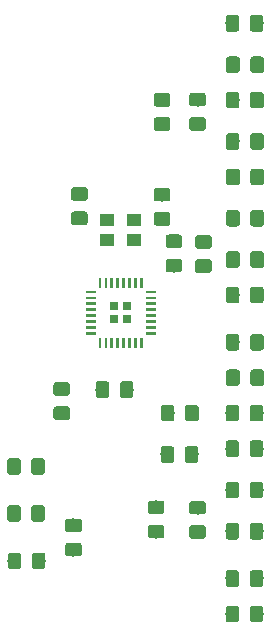
<source format=gtp>
%TF.GenerationSoftware,KiCad,Pcbnew,(5.1.2)-2*%
%TF.CreationDate,2022-12-09T13:09:16+05:30*%
%TF.ProjectId,mfrcReader,6d667263-5265-4616-9465-722e6b696361,rev?*%
%TF.SameCoordinates,Original*%
%TF.FileFunction,Paste,Top*%
%TF.FilePolarity,Positive*%
%FSLAX46Y46*%
G04 Gerber Fmt 4.6, Leading zero omitted, Abs format (unit mm)*
G04 Created by KiCad (PCBNEW (5.1.2)-2) date 2022-12-09 13:09:16*
%MOMM*%
%LPD*%
G04 APERTURE LIST*
%ADD10C,0.100000*%
%ADD11C,1.150000*%
%ADD12R,1.300000X1.050000*%
G04 APERTURE END LIST*
D10*
G36*
X92680000Y-101975000D02*
G01*
X92680000Y-101125000D01*
X92920000Y-101125000D01*
X92920000Y-101975000D01*
X92680000Y-101975000D01*
G37*
G36*
X93180000Y-101975000D02*
G01*
X93180000Y-101125000D01*
X93420000Y-101125000D01*
X93420000Y-101975000D01*
X93180000Y-101975000D01*
G37*
G36*
X93680000Y-101975000D02*
G01*
X93680000Y-101125000D01*
X93920000Y-101125000D01*
X93920000Y-101975000D01*
X93680000Y-101975000D01*
G37*
G36*
X94180000Y-101975000D02*
G01*
X94180000Y-101125000D01*
X94420000Y-101125000D01*
X94420000Y-101975000D01*
X94180000Y-101975000D01*
G37*
G36*
X94680000Y-101975000D02*
G01*
X94680000Y-101125000D01*
X94920000Y-101125000D01*
X94920000Y-101975000D01*
X94680000Y-101975000D01*
G37*
G36*
X95180000Y-101975000D02*
G01*
X95180000Y-101125000D01*
X95420000Y-101125000D01*
X95420000Y-101975000D01*
X95180000Y-101975000D01*
G37*
G36*
X95680000Y-101975000D02*
G01*
X95680000Y-101125000D01*
X95920000Y-101125000D01*
X95920000Y-101975000D01*
X95680000Y-101975000D01*
G37*
G36*
X96180000Y-101975000D02*
G01*
X96180000Y-101125000D01*
X96420000Y-101125000D01*
X96420000Y-101975000D01*
X96180000Y-101975000D01*
G37*
G36*
X96180000Y-96875000D02*
G01*
X96180000Y-96025000D01*
X96420000Y-96025000D01*
X96420000Y-96875000D01*
X96180000Y-96875000D01*
G37*
G36*
X95680000Y-96875000D02*
G01*
X95680000Y-96025000D01*
X95920000Y-96025000D01*
X95920000Y-96875000D01*
X95680000Y-96875000D01*
G37*
G36*
X95180000Y-96875000D02*
G01*
X95180000Y-96025000D01*
X95420000Y-96025000D01*
X95420000Y-96875000D01*
X95180000Y-96875000D01*
G37*
G36*
X94680000Y-96875000D02*
G01*
X94680000Y-96025000D01*
X94920000Y-96025000D01*
X94920000Y-96875000D01*
X94680000Y-96875000D01*
G37*
G36*
X94180000Y-96875000D02*
G01*
X94180000Y-96025000D01*
X94420000Y-96025000D01*
X94420000Y-96875000D01*
X94180000Y-96875000D01*
G37*
G36*
X93680000Y-96875000D02*
G01*
X93680000Y-96025000D01*
X93920000Y-96025000D01*
X93920000Y-96875000D01*
X93680000Y-96875000D01*
G37*
G36*
X93180000Y-96875000D02*
G01*
X93180000Y-96025000D01*
X93420000Y-96025000D01*
X93420000Y-96875000D01*
X93180000Y-96875000D01*
G37*
G36*
X92680000Y-96875000D02*
G01*
X92680000Y-96025000D01*
X92920000Y-96025000D01*
X92920000Y-96875000D01*
X92680000Y-96875000D01*
G37*
G36*
X91575000Y-97370000D02*
G01*
X91575000Y-97130000D01*
X92425000Y-97130000D01*
X92425000Y-97370000D01*
X91575000Y-97370000D01*
G37*
G36*
X91575000Y-97870000D02*
G01*
X91575000Y-97630000D01*
X92425000Y-97630000D01*
X92425000Y-97870000D01*
X91575000Y-97870000D01*
G37*
G36*
X91575000Y-98370000D02*
G01*
X91575000Y-98130000D01*
X92425000Y-98130000D01*
X92425000Y-98370000D01*
X91575000Y-98370000D01*
G37*
G36*
X91575000Y-98870000D02*
G01*
X91575000Y-98630000D01*
X92425000Y-98630000D01*
X92425000Y-98870000D01*
X91575000Y-98870000D01*
G37*
G36*
X91575000Y-99370000D02*
G01*
X91575000Y-99130000D01*
X92425000Y-99130000D01*
X92425000Y-99370000D01*
X91575000Y-99370000D01*
G37*
G36*
X91575000Y-99870000D02*
G01*
X91575000Y-99630000D01*
X92425000Y-99630000D01*
X92425000Y-99870000D01*
X91575000Y-99870000D01*
G37*
G36*
X91575000Y-100370000D02*
G01*
X91575000Y-100130000D01*
X92425000Y-100130000D01*
X92425000Y-100370000D01*
X91575000Y-100370000D01*
G37*
G36*
X91575000Y-100870000D02*
G01*
X91575000Y-100630000D01*
X92425000Y-100630000D01*
X92425000Y-100870000D01*
X91575000Y-100870000D01*
G37*
G36*
X96675000Y-100870000D02*
G01*
X96675000Y-100630000D01*
X97525000Y-100630000D01*
X97525000Y-100870000D01*
X96675000Y-100870000D01*
G37*
G36*
X96675000Y-100370000D02*
G01*
X96675000Y-100130000D01*
X97525000Y-100130000D01*
X97525000Y-100370000D01*
X96675000Y-100370000D01*
G37*
G36*
X96675000Y-99870000D02*
G01*
X96675000Y-99630000D01*
X97525000Y-99630000D01*
X97525000Y-99870000D01*
X96675000Y-99870000D01*
G37*
G36*
X96675000Y-99370000D02*
G01*
X96675000Y-99130000D01*
X97525000Y-99130000D01*
X97525000Y-99370000D01*
X96675000Y-99370000D01*
G37*
G36*
X96675000Y-98870000D02*
G01*
X96675000Y-98630000D01*
X97525000Y-98630000D01*
X97525000Y-98870000D01*
X96675000Y-98870000D01*
G37*
G36*
X96675000Y-98370000D02*
G01*
X96675000Y-98130000D01*
X97525000Y-98130000D01*
X97525000Y-98370000D01*
X96675000Y-98370000D01*
G37*
G36*
X96675000Y-97870000D02*
G01*
X96675000Y-97630000D01*
X97525000Y-97630000D01*
X97525000Y-97870000D01*
X96675000Y-97870000D01*
G37*
G36*
X96675000Y-97370000D02*
G01*
X96675000Y-97130000D01*
X97525000Y-97130000D01*
X97525000Y-97370000D01*
X96675000Y-97370000D01*
G37*
G36*
X93650000Y-98800000D02*
G01*
X93650000Y-98100000D01*
X94350000Y-98100000D01*
X94350000Y-98800000D01*
X93650000Y-98800000D01*
G37*
G36*
X93650000Y-99900000D02*
G01*
X93650000Y-99200000D01*
X94350000Y-99200000D01*
X94350000Y-99900000D01*
X93650000Y-99900000D01*
G37*
G36*
X94750000Y-99900000D02*
G01*
X94750000Y-99200000D01*
X95450000Y-99200000D01*
X95450000Y-99900000D01*
X94750000Y-99900000D01*
G37*
G36*
X94750000Y-98800000D02*
G01*
X94750000Y-98100000D01*
X95450000Y-98100000D01*
X95450000Y-98800000D01*
X94750000Y-98800000D01*
G37*
G36*
X87899505Y-111301204D02*
G01*
X87923773Y-111304804D01*
X87947572Y-111310765D01*
X87970671Y-111319030D01*
X87992850Y-111329520D01*
X88013893Y-111342132D01*
X88033599Y-111356747D01*
X88051777Y-111373223D01*
X88068253Y-111391401D01*
X88082868Y-111411107D01*
X88095480Y-111432150D01*
X88105970Y-111454329D01*
X88114235Y-111477428D01*
X88120196Y-111501227D01*
X88123796Y-111525495D01*
X88125000Y-111549999D01*
X88125000Y-112450001D01*
X88123796Y-112474505D01*
X88120196Y-112498773D01*
X88114235Y-112522572D01*
X88105970Y-112545671D01*
X88095480Y-112567850D01*
X88082868Y-112588893D01*
X88068253Y-112608599D01*
X88051777Y-112626777D01*
X88033599Y-112643253D01*
X88013893Y-112657868D01*
X87992850Y-112670480D01*
X87970671Y-112680970D01*
X87947572Y-112689235D01*
X87923773Y-112695196D01*
X87899505Y-112698796D01*
X87875001Y-112700000D01*
X87224999Y-112700000D01*
X87200495Y-112698796D01*
X87176227Y-112695196D01*
X87152428Y-112689235D01*
X87129329Y-112680970D01*
X87107150Y-112670480D01*
X87086107Y-112657868D01*
X87066401Y-112643253D01*
X87048223Y-112626777D01*
X87031747Y-112608599D01*
X87017132Y-112588893D01*
X87004520Y-112567850D01*
X86994030Y-112545671D01*
X86985765Y-112522572D01*
X86979804Y-112498773D01*
X86976204Y-112474505D01*
X86975000Y-112450001D01*
X86975000Y-111549999D01*
X86976204Y-111525495D01*
X86979804Y-111501227D01*
X86985765Y-111477428D01*
X86994030Y-111454329D01*
X87004520Y-111432150D01*
X87017132Y-111411107D01*
X87031747Y-111391401D01*
X87048223Y-111373223D01*
X87066401Y-111356747D01*
X87086107Y-111342132D01*
X87107150Y-111329520D01*
X87129329Y-111319030D01*
X87152428Y-111310765D01*
X87176227Y-111304804D01*
X87200495Y-111301204D01*
X87224999Y-111300000D01*
X87875001Y-111300000D01*
X87899505Y-111301204D01*
X87899505Y-111301204D01*
G37*
D11*
X87550000Y-112000000D03*
D10*
G36*
X85849505Y-111301204D02*
G01*
X85873773Y-111304804D01*
X85897572Y-111310765D01*
X85920671Y-111319030D01*
X85942850Y-111329520D01*
X85963893Y-111342132D01*
X85983599Y-111356747D01*
X86001777Y-111373223D01*
X86018253Y-111391401D01*
X86032868Y-111411107D01*
X86045480Y-111432150D01*
X86055970Y-111454329D01*
X86064235Y-111477428D01*
X86070196Y-111501227D01*
X86073796Y-111525495D01*
X86075000Y-111549999D01*
X86075000Y-112450001D01*
X86073796Y-112474505D01*
X86070196Y-112498773D01*
X86064235Y-112522572D01*
X86055970Y-112545671D01*
X86045480Y-112567850D01*
X86032868Y-112588893D01*
X86018253Y-112608599D01*
X86001777Y-112626777D01*
X85983599Y-112643253D01*
X85963893Y-112657868D01*
X85942850Y-112670480D01*
X85920671Y-112680970D01*
X85897572Y-112689235D01*
X85873773Y-112695196D01*
X85849505Y-112698796D01*
X85825001Y-112700000D01*
X85174999Y-112700000D01*
X85150495Y-112698796D01*
X85126227Y-112695196D01*
X85102428Y-112689235D01*
X85079329Y-112680970D01*
X85057150Y-112670480D01*
X85036107Y-112657868D01*
X85016401Y-112643253D01*
X84998223Y-112626777D01*
X84981747Y-112608599D01*
X84967132Y-112588893D01*
X84954520Y-112567850D01*
X84944030Y-112545671D01*
X84935765Y-112522572D01*
X84929804Y-112498773D01*
X84926204Y-112474505D01*
X84925000Y-112450001D01*
X84925000Y-111549999D01*
X84926204Y-111525495D01*
X84929804Y-111501227D01*
X84935765Y-111477428D01*
X84944030Y-111454329D01*
X84954520Y-111432150D01*
X84967132Y-111411107D01*
X84981747Y-111391401D01*
X84998223Y-111373223D01*
X85016401Y-111356747D01*
X85036107Y-111342132D01*
X85057150Y-111329520D01*
X85079329Y-111319030D01*
X85102428Y-111310765D01*
X85126227Y-111304804D01*
X85150495Y-111301204D01*
X85174999Y-111300000D01*
X85825001Y-111300000D01*
X85849505Y-111301204D01*
X85849505Y-111301204D01*
G37*
D11*
X85500000Y-112000000D03*
D10*
G36*
X93349505Y-104801204D02*
G01*
X93373773Y-104804804D01*
X93397572Y-104810765D01*
X93420671Y-104819030D01*
X93442850Y-104829520D01*
X93463893Y-104842132D01*
X93483599Y-104856747D01*
X93501777Y-104873223D01*
X93518253Y-104891401D01*
X93532868Y-104911107D01*
X93545480Y-104932150D01*
X93555970Y-104954329D01*
X93564235Y-104977428D01*
X93570196Y-105001227D01*
X93573796Y-105025495D01*
X93575000Y-105049999D01*
X93575000Y-105950001D01*
X93573796Y-105974505D01*
X93570196Y-105998773D01*
X93564235Y-106022572D01*
X93555970Y-106045671D01*
X93545480Y-106067850D01*
X93532868Y-106088893D01*
X93518253Y-106108599D01*
X93501777Y-106126777D01*
X93483599Y-106143253D01*
X93463893Y-106157868D01*
X93442850Y-106170480D01*
X93420671Y-106180970D01*
X93397572Y-106189235D01*
X93373773Y-106195196D01*
X93349505Y-106198796D01*
X93325001Y-106200000D01*
X92674999Y-106200000D01*
X92650495Y-106198796D01*
X92626227Y-106195196D01*
X92602428Y-106189235D01*
X92579329Y-106180970D01*
X92557150Y-106170480D01*
X92536107Y-106157868D01*
X92516401Y-106143253D01*
X92498223Y-106126777D01*
X92481747Y-106108599D01*
X92467132Y-106088893D01*
X92454520Y-106067850D01*
X92444030Y-106045671D01*
X92435765Y-106022572D01*
X92429804Y-105998773D01*
X92426204Y-105974505D01*
X92425000Y-105950001D01*
X92425000Y-105049999D01*
X92426204Y-105025495D01*
X92429804Y-105001227D01*
X92435765Y-104977428D01*
X92444030Y-104954329D01*
X92454520Y-104932150D01*
X92467132Y-104911107D01*
X92481747Y-104891401D01*
X92498223Y-104873223D01*
X92516401Y-104856747D01*
X92536107Y-104842132D01*
X92557150Y-104829520D01*
X92579329Y-104819030D01*
X92602428Y-104810765D01*
X92626227Y-104804804D01*
X92650495Y-104801204D01*
X92674999Y-104800000D01*
X93325001Y-104800000D01*
X93349505Y-104801204D01*
X93349505Y-104801204D01*
G37*
D11*
X93000000Y-105500000D03*
D10*
G36*
X95399505Y-104801204D02*
G01*
X95423773Y-104804804D01*
X95447572Y-104810765D01*
X95470671Y-104819030D01*
X95492850Y-104829520D01*
X95513893Y-104842132D01*
X95533599Y-104856747D01*
X95551777Y-104873223D01*
X95568253Y-104891401D01*
X95582868Y-104911107D01*
X95595480Y-104932150D01*
X95605970Y-104954329D01*
X95614235Y-104977428D01*
X95620196Y-105001227D01*
X95623796Y-105025495D01*
X95625000Y-105049999D01*
X95625000Y-105950001D01*
X95623796Y-105974505D01*
X95620196Y-105998773D01*
X95614235Y-106022572D01*
X95605970Y-106045671D01*
X95595480Y-106067850D01*
X95582868Y-106088893D01*
X95568253Y-106108599D01*
X95551777Y-106126777D01*
X95533599Y-106143253D01*
X95513893Y-106157868D01*
X95492850Y-106170480D01*
X95470671Y-106180970D01*
X95447572Y-106189235D01*
X95423773Y-106195196D01*
X95399505Y-106198796D01*
X95375001Y-106200000D01*
X94724999Y-106200000D01*
X94700495Y-106198796D01*
X94676227Y-106195196D01*
X94652428Y-106189235D01*
X94629329Y-106180970D01*
X94607150Y-106170480D01*
X94586107Y-106157868D01*
X94566401Y-106143253D01*
X94548223Y-106126777D01*
X94531747Y-106108599D01*
X94517132Y-106088893D01*
X94504520Y-106067850D01*
X94494030Y-106045671D01*
X94485765Y-106022572D01*
X94479804Y-105998773D01*
X94476204Y-105974505D01*
X94475000Y-105950001D01*
X94475000Y-105049999D01*
X94476204Y-105025495D01*
X94479804Y-105001227D01*
X94485765Y-104977428D01*
X94494030Y-104954329D01*
X94504520Y-104932150D01*
X94517132Y-104911107D01*
X94531747Y-104891401D01*
X94548223Y-104873223D01*
X94566401Y-104856747D01*
X94586107Y-104842132D01*
X94607150Y-104829520D01*
X94629329Y-104819030D01*
X94652428Y-104810765D01*
X94676227Y-104804804D01*
X94700495Y-104801204D01*
X94724999Y-104800000D01*
X95375001Y-104800000D01*
X95399505Y-104801204D01*
X95399505Y-104801204D01*
G37*
D11*
X95050000Y-105500000D03*
D10*
G36*
X87899505Y-115301204D02*
G01*
X87923773Y-115304804D01*
X87947572Y-115310765D01*
X87970671Y-115319030D01*
X87992850Y-115329520D01*
X88013893Y-115342132D01*
X88033599Y-115356747D01*
X88051777Y-115373223D01*
X88068253Y-115391401D01*
X88082868Y-115411107D01*
X88095480Y-115432150D01*
X88105970Y-115454329D01*
X88114235Y-115477428D01*
X88120196Y-115501227D01*
X88123796Y-115525495D01*
X88125000Y-115549999D01*
X88125000Y-116450001D01*
X88123796Y-116474505D01*
X88120196Y-116498773D01*
X88114235Y-116522572D01*
X88105970Y-116545671D01*
X88095480Y-116567850D01*
X88082868Y-116588893D01*
X88068253Y-116608599D01*
X88051777Y-116626777D01*
X88033599Y-116643253D01*
X88013893Y-116657868D01*
X87992850Y-116670480D01*
X87970671Y-116680970D01*
X87947572Y-116689235D01*
X87923773Y-116695196D01*
X87899505Y-116698796D01*
X87875001Y-116700000D01*
X87224999Y-116700000D01*
X87200495Y-116698796D01*
X87176227Y-116695196D01*
X87152428Y-116689235D01*
X87129329Y-116680970D01*
X87107150Y-116670480D01*
X87086107Y-116657868D01*
X87066401Y-116643253D01*
X87048223Y-116626777D01*
X87031747Y-116608599D01*
X87017132Y-116588893D01*
X87004520Y-116567850D01*
X86994030Y-116545671D01*
X86985765Y-116522572D01*
X86979804Y-116498773D01*
X86976204Y-116474505D01*
X86975000Y-116450001D01*
X86975000Y-115549999D01*
X86976204Y-115525495D01*
X86979804Y-115501227D01*
X86985765Y-115477428D01*
X86994030Y-115454329D01*
X87004520Y-115432150D01*
X87017132Y-115411107D01*
X87031747Y-115391401D01*
X87048223Y-115373223D01*
X87066401Y-115356747D01*
X87086107Y-115342132D01*
X87107150Y-115329520D01*
X87129329Y-115319030D01*
X87152428Y-115310765D01*
X87176227Y-115304804D01*
X87200495Y-115301204D01*
X87224999Y-115300000D01*
X87875001Y-115300000D01*
X87899505Y-115301204D01*
X87899505Y-115301204D01*
G37*
D11*
X87550000Y-116000000D03*
D10*
G36*
X85849505Y-115301204D02*
G01*
X85873773Y-115304804D01*
X85897572Y-115310765D01*
X85920671Y-115319030D01*
X85942850Y-115329520D01*
X85963893Y-115342132D01*
X85983599Y-115356747D01*
X86001777Y-115373223D01*
X86018253Y-115391401D01*
X86032868Y-115411107D01*
X86045480Y-115432150D01*
X86055970Y-115454329D01*
X86064235Y-115477428D01*
X86070196Y-115501227D01*
X86073796Y-115525495D01*
X86075000Y-115549999D01*
X86075000Y-116450001D01*
X86073796Y-116474505D01*
X86070196Y-116498773D01*
X86064235Y-116522572D01*
X86055970Y-116545671D01*
X86045480Y-116567850D01*
X86032868Y-116588893D01*
X86018253Y-116608599D01*
X86001777Y-116626777D01*
X85983599Y-116643253D01*
X85963893Y-116657868D01*
X85942850Y-116670480D01*
X85920671Y-116680970D01*
X85897572Y-116689235D01*
X85873773Y-116695196D01*
X85849505Y-116698796D01*
X85825001Y-116700000D01*
X85174999Y-116700000D01*
X85150495Y-116698796D01*
X85126227Y-116695196D01*
X85102428Y-116689235D01*
X85079329Y-116680970D01*
X85057150Y-116670480D01*
X85036107Y-116657868D01*
X85016401Y-116643253D01*
X84998223Y-116626777D01*
X84981747Y-116608599D01*
X84967132Y-116588893D01*
X84954520Y-116567850D01*
X84944030Y-116545671D01*
X84935765Y-116522572D01*
X84929804Y-116498773D01*
X84926204Y-116474505D01*
X84925000Y-116450001D01*
X84925000Y-115549999D01*
X84926204Y-115525495D01*
X84929804Y-115501227D01*
X84935765Y-115477428D01*
X84944030Y-115454329D01*
X84954520Y-115432150D01*
X84967132Y-115411107D01*
X84981747Y-115391401D01*
X84998223Y-115373223D01*
X85016401Y-115356747D01*
X85036107Y-115342132D01*
X85057150Y-115329520D01*
X85079329Y-115319030D01*
X85102428Y-115310765D01*
X85126227Y-115304804D01*
X85150495Y-115301204D01*
X85174999Y-115300000D01*
X85825001Y-115300000D01*
X85849505Y-115301204D01*
X85849505Y-115301204D01*
G37*
D11*
X85500000Y-116000000D03*
D10*
G36*
X102024505Y-94476204D02*
G01*
X102048773Y-94479804D01*
X102072572Y-94485765D01*
X102095671Y-94494030D01*
X102117850Y-94504520D01*
X102138893Y-94517132D01*
X102158599Y-94531747D01*
X102176777Y-94548223D01*
X102193253Y-94566401D01*
X102207868Y-94586107D01*
X102220480Y-94607150D01*
X102230970Y-94629329D01*
X102239235Y-94652428D01*
X102245196Y-94676227D01*
X102248796Y-94700495D01*
X102250000Y-94724999D01*
X102250000Y-95375001D01*
X102248796Y-95399505D01*
X102245196Y-95423773D01*
X102239235Y-95447572D01*
X102230970Y-95470671D01*
X102220480Y-95492850D01*
X102207868Y-95513893D01*
X102193253Y-95533599D01*
X102176777Y-95551777D01*
X102158599Y-95568253D01*
X102138893Y-95582868D01*
X102117850Y-95595480D01*
X102095671Y-95605970D01*
X102072572Y-95614235D01*
X102048773Y-95620196D01*
X102024505Y-95623796D01*
X102000001Y-95625000D01*
X101099999Y-95625000D01*
X101075495Y-95623796D01*
X101051227Y-95620196D01*
X101027428Y-95614235D01*
X101004329Y-95605970D01*
X100982150Y-95595480D01*
X100961107Y-95582868D01*
X100941401Y-95568253D01*
X100923223Y-95551777D01*
X100906747Y-95533599D01*
X100892132Y-95513893D01*
X100879520Y-95492850D01*
X100869030Y-95470671D01*
X100860765Y-95447572D01*
X100854804Y-95423773D01*
X100851204Y-95399505D01*
X100850000Y-95375001D01*
X100850000Y-94724999D01*
X100851204Y-94700495D01*
X100854804Y-94676227D01*
X100860765Y-94652428D01*
X100869030Y-94629329D01*
X100879520Y-94607150D01*
X100892132Y-94586107D01*
X100906747Y-94566401D01*
X100923223Y-94548223D01*
X100941401Y-94531747D01*
X100961107Y-94517132D01*
X100982150Y-94504520D01*
X101004329Y-94494030D01*
X101027428Y-94485765D01*
X101051227Y-94479804D01*
X101075495Y-94476204D01*
X101099999Y-94475000D01*
X102000001Y-94475000D01*
X102024505Y-94476204D01*
X102024505Y-94476204D01*
G37*
D11*
X101550000Y-95050000D03*
D10*
G36*
X102024505Y-92426204D02*
G01*
X102048773Y-92429804D01*
X102072572Y-92435765D01*
X102095671Y-92444030D01*
X102117850Y-92454520D01*
X102138893Y-92467132D01*
X102158599Y-92481747D01*
X102176777Y-92498223D01*
X102193253Y-92516401D01*
X102207868Y-92536107D01*
X102220480Y-92557150D01*
X102230970Y-92579329D01*
X102239235Y-92602428D01*
X102245196Y-92626227D01*
X102248796Y-92650495D01*
X102250000Y-92674999D01*
X102250000Y-93325001D01*
X102248796Y-93349505D01*
X102245196Y-93373773D01*
X102239235Y-93397572D01*
X102230970Y-93420671D01*
X102220480Y-93442850D01*
X102207868Y-93463893D01*
X102193253Y-93483599D01*
X102176777Y-93501777D01*
X102158599Y-93518253D01*
X102138893Y-93532868D01*
X102117850Y-93545480D01*
X102095671Y-93555970D01*
X102072572Y-93564235D01*
X102048773Y-93570196D01*
X102024505Y-93573796D01*
X102000001Y-93575000D01*
X101099999Y-93575000D01*
X101075495Y-93573796D01*
X101051227Y-93570196D01*
X101027428Y-93564235D01*
X101004329Y-93555970D01*
X100982150Y-93545480D01*
X100961107Y-93532868D01*
X100941401Y-93518253D01*
X100923223Y-93501777D01*
X100906747Y-93483599D01*
X100892132Y-93463893D01*
X100879520Y-93442850D01*
X100869030Y-93420671D01*
X100860765Y-93397572D01*
X100854804Y-93373773D01*
X100851204Y-93349505D01*
X100850000Y-93325001D01*
X100850000Y-92674999D01*
X100851204Y-92650495D01*
X100854804Y-92626227D01*
X100860765Y-92602428D01*
X100869030Y-92579329D01*
X100879520Y-92557150D01*
X100892132Y-92536107D01*
X100906747Y-92516401D01*
X100923223Y-92498223D01*
X100941401Y-92481747D01*
X100961107Y-92467132D01*
X100982150Y-92454520D01*
X101004329Y-92444030D01*
X101027428Y-92435765D01*
X101051227Y-92429804D01*
X101075495Y-92426204D01*
X101099999Y-92425000D01*
X102000001Y-92425000D01*
X102024505Y-92426204D01*
X102024505Y-92426204D01*
G37*
D11*
X101550000Y-93000000D03*
D10*
G36*
X106399505Y-116801204D02*
G01*
X106423773Y-116804804D01*
X106447572Y-116810765D01*
X106470671Y-116819030D01*
X106492850Y-116829520D01*
X106513893Y-116842132D01*
X106533599Y-116856747D01*
X106551777Y-116873223D01*
X106568253Y-116891401D01*
X106582868Y-116911107D01*
X106595480Y-116932150D01*
X106605970Y-116954329D01*
X106614235Y-116977428D01*
X106620196Y-117001227D01*
X106623796Y-117025495D01*
X106625000Y-117049999D01*
X106625000Y-117950001D01*
X106623796Y-117974505D01*
X106620196Y-117998773D01*
X106614235Y-118022572D01*
X106605970Y-118045671D01*
X106595480Y-118067850D01*
X106582868Y-118088893D01*
X106568253Y-118108599D01*
X106551777Y-118126777D01*
X106533599Y-118143253D01*
X106513893Y-118157868D01*
X106492850Y-118170480D01*
X106470671Y-118180970D01*
X106447572Y-118189235D01*
X106423773Y-118195196D01*
X106399505Y-118198796D01*
X106375001Y-118200000D01*
X105724999Y-118200000D01*
X105700495Y-118198796D01*
X105676227Y-118195196D01*
X105652428Y-118189235D01*
X105629329Y-118180970D01*
X105607150Y-118170480D01*
X105586107Y-118157868D01*
X105566401Y-118143253D01*
X105548223Y-118126777D01*
X105531747Y-118108599D01*
X105517132Y-118088893D01*
X105504520Y-118067850D01*
X105494030Y-118045671D01*
X105485765Y-118022572D01*
X105479804Y-117998773D01*
X105476204Y-117974505D01*
X105475000Y-117950001D01*
X105475000Y-117049999D01*
X105476204Y-117025495D01*
X105479804Y-117001227D01*
X105485765Y-116977428D01*
X105494030Y-116954329D01*
X105504520Y-116932150D01*
X105517132Y-116911107D01*
X105531747Y-116891401D01*
X105548223Y-116873223D01*
X105566401Y-116856747D01*
X105586107Y-116842132D01*
X105607150Y-116829520D01*
X105629329Y-116819030D01*
X105652428Y-116810765D01*
X105676227Y-116804804D01*
X105700495Y-116801204D01*
X105724999Y-116800000D01*
X106375001Y-116800000D01*
X106399505Y-116801204D01*
X106399505Y-116801204D01*
G37*
D11*
X106050000Y-117500000D03*
D10*
G36*
X104349505Y-116801204D02*
G01*
X104373773Y-116804804D01*
X104397572Y-116810765D01*
X104420671Y-116819030D01*
X104442850Y-116829520D01*
X104463893Y-116842132D01*
X104483599Y-116856747D01*
X104501777Y-116873223D01*
X104518253Y-116891401D01*
X104532868Y-116911107D01*
X104545480Y-116932150D01*
X104555970Y-116954329D01*
X104564235Y-116977428D01*
X104570196Y-117001227D01*
X104573796Y-117025495D01*
X104575000Y-117049999D01*
X104575000Y-117950001D01*
X104573796Y-117974505D01*
X104570196Y-117998773D01*
X104564235Y-118022572D01*
X104555970Y-118045671D01*
X104545480Y-118067850D01*
X104532868Y-118088893D01*
X104518253Y-118108599D01*
X104501777Y-118126777D01*
X104483599Y-118143253D01*
X104463893Y-118157868D01*
X104442850Y-118170480D01*
X104420671Y-118180970D01*
X104397572Y-118189235D01*
X104373773Y-118195196D01*
X104349505Y-118198796D01*
X104325001Y-118200000D01*
X103674999Y-118200000D01*
X103650495Y-118198796D01*
X103626227Y-118195196D01*
X103602428Y-118189235D01*
X103579329Y-118180970D01*
X103557150Y-118170480D01*
X103536107Y-118157868D01*
X103516401Y-118143253D01*
X103498223Y-118126777D01*
X103481747Y-118108599D01*
X103467132Y-118088893D01*
X103454520Y-118067850D01*
X103444030Y-118045671D01*
X103435765Y-118022572D01*
X103429804Y-117998773D01*
X103426204Y-117974505D01*
X103425000Y-117950001D01*
X103425000Y-117049999D01*
X103426204Y-117025495D01*
X103429804Y-117001227D01*
X103435765Y-116977428D01*
X103444030Y-116954329D01*
X103454520Y-116932150D01*
X103467132Y-116911107D01*
X103481747Y-116891401D01*
X103498223Y-116873223D01*
X103516401Y-116856747D01*
X103536107Y-116842132D01*
X103557150Y-116829520D01*
X103579329Y-116819030D01*
X103602428Y-116810765D01*
X103626227Y-116804804D01*
X103650495Y-116801204D01*
X103674999Y-116800000D01*
X104325001Y-116800000D01*
X104349505Y-116801204D01*
X104349505Y-116801204D01*
G37*
D11*
X104000000Y-117500000D03*
D10*
G36*
X106424505Y-80301204D02*
G01*
X106448773Y-80304804D01*
X106472572Y-80310765D01*
X106495671Y-80319030D01*
X106517850Y-80329520D01*
X106538893Y-80342132D01*
X106558599Y-80356747D01*
X106576777Y-80373223D01*
X106593253Y-80391401D01*
X106607868Y-80411107D01*
X106620480Y-80432150D01*
X106630970Y-80454329D01*
X106639235Y-80477428D01*
X106645196Y-80501227D01*
X106648796Y-80525495D01*
X106650000Y-80549999D01*
X106650000Y-81450001D01*
X106648796Y-81474505D01*
X106645196Y-81498773D01*
X106639235Y-81522572D01*
X106630970Y-81545671D01*
X106620480Y-81567850D01*
X106607868Y-81588893D01*
X106593253Y-81608599D01*
X106576777Y-81626777D01*
X106558599Y-81643253D01*
X106538893Y-81657868D01*
X106517850Y-81670480D01*
X106495671Y-81680970D01*
X106472572Y-81689235D01*
X106448773Y-81695196D01*
X106424505Y-81698796D01*
X106400001Y-81700000D01*
X105749999Y-81700000D01*
X105725495Y-81698796D01*
X105701227Y-81695196D01*
X105677428Y-81689235D01*
X105654329Y-81680970D01*
X105632150Y-81670480D01*
X105611107Y-81657868D01*
X105591401Y-81643253D01*
X105573223Y-81626777D01*
X105556747Y-81608599D01*
X105542132Y-81588893D01*
X105529520Y-81567850D01*
X105519030Y-81545671D01*
X105510765Y-81522572D01*
X105504804Y-81498773D01*
X105501204Y-81474505D01*
X105500000Y-81450001D01*
X105500000Y-80549999D01*
X105501204Y-80525495D01*
X105504804Y-80501227D01*
X105510765Y-80477428D01*
X105519030Y-80454329D01*
X105529520Y-80432150D01*
X105542132Y-80411107D01*
X105556747Y-80391401D01*
X105573223Y-80373223D01*
X105591401Y-80356747D01*
X105611107Y-80342132D01*
X105632150Y-80329520D01*
X105654329Y-80319030D01*
X105677428Y-80310765D01*
X105701227Y-80304804D01*
X105725495Y-80301204D01*
X105749999Y-80300000D01*
X106400001Y-80300000D01*
X106424505Y-80301204D01*
X106424505Y-80301204D01*
G37*
D11*
X106075000Y-81000000D03*
D10*
G36*
X104374505Y-80301204D02*
G01*
X104398773Y-80304804D01*
X104422572Y-80310765D01*
X104445671Y-80319030D01*
X104467850Y-80329520D01*
X104488893Y-80342132D01*
X104508599Y-80356747D01*
X104526777Y-80373223D01*
X104543253Y-80391401D01*
X104557868Y-80411107D01*
X104570480Y-80432150D01*
X104580970Y-80454329D01*
X104589235Y-80477428D01*
X104595196Y-80501227D01*
X104598796Y-80525495D01*
X104600000Y-80549999D01*
X104600000Y-81450001D01*
X104598796Y-81474505D01*
X104595196Y-81498773D01*
X104589235Y-81522572D01*
X104580970Y-81545671D01*
X104570480Y-81567850D01*
X104557868Y-81588893D01*
X104543253Y-81608599D01*
X104526777Y-81626777D01*
X104508599Y-81643253D01*
X104488893Y-81657868D01*
X104467850Y-81670480D01*
X104445671Y-81680970D01*
X104422572Y-81689235D01*
X104398773Y-81695196D01*
X104374505Y-81698796D01*
X104350001Y-81700000D01*
X103699999Y-81700000D01*
X103675495Y-81698796D01*
X103651227Y-81695196D01*
X103627428Y-81689235D01*
X103604329Y-81680970D01*
X103582150Y-81670480D01*
X103561107Y-81657868D01*
X103541401Y-81643253D01*
X103523223Y-81626777D01*
X103506747Y-81608599D01*
X103492132Y-81588893D01*
X103479520Y-81567850D01*
X103469030Y-81545671D01*
X103460765Y-81522572D01*
X103454804Y-81498773D01*
X103451204Y-81474505D01*
X103450000Y-81450001D01*
X103450000Y-80549999D01*
X103451204Y-80525495D01*
X103454804Y-80501227D01*
X103460765Y-80477428D01*
X103469030Y-80454329D01*
X103479520Y-80432150D01*
X103492132Y-80411107D01*
X103506747Y-80391401D01*
X103523223Y-80373223D01*
X103541401Y-80356747D01*
X103561107Y-80342132D01*
X103582150Y-80329520D01*
X103604329Y-80319030D01*
X103627428Y-80310765D01*
X103651227Y-80304804D01*
X103675495Y-80301204D01*
X103699999Y-80300000D01*
X104350001Y-80300000D01*
X104374505Y-80301204D01*
X104374505Y-80301204D01*
G37*
D11*
X104025000Y-81000000D03*
D10*
G36*
X101524505Y-80376204D02*
G01*
X101548773Y-80379804D01*
X101572572Y-80385765D01*
X101595671Y-80394030D01*
X101617850Y-80404520D01*
X101638893Y-80417132D01*
X101658599Y-80431747D01*
X101676777Y-80448223D01*
X101693253Y-80466401D01*
X101707868Y-80486107D01*
X101720480Y-80507150D01*
X101730970Y-80529329D01*
X101739235Y-80552428D01*
X101745196Y-80576227D01*
X101748796Y-80600495D01*
X101750000Y-80624999D01*
X101750000Y-81275001D01*
X101748796Y-81299505D01*
X101745196Y-81323773D01*
X101739235Y-81347572D01*
X101730970Y-81370671D01*
X101720480Y-81392850D01*
X101707868Y-81413893D01*
X101693253Y-81433599D01*
X101676777Y-81451777D01*
X101658599Y-81468253D01*
X101638893Y-81482868D01*
X101617850Y-81495480D01*
X101595671Y-81505970D01*
X101572572Y-81514235D01*
X101548773Y-81520196D01*
X101524505Y-81523796D01*
X101500001Y-81525000D01*
X100599999Y-81525000D01*
X100575495Y-81523796D01*
X100551227Y-81520196D01*
X100527428Y-81514235D01*
X100504329Y-81505970D01*
X100482150Y-81495480D01*
X100461107Y-81482868D01*
X100441401Y-81468253D01*
X100423223Y-81451777D01*
X100406747Y-81433599D01*
X100392132Y-81413893D01*
X100379520Y-81392850D01*
X100369030Y-81370671D01*
X100360765Y-81347572D01*
X100354804Y-81323773D01*
X100351204Y-81299505D01*
X100350000Y-81275001D01*
X100350000Y-80624999D01*
X100351204Y-80600495D01*
X100354804Y-80576227D01*
X100360765Y-80552428D01*
X100369030Y-80529329D01*
X100379520Y-80507150D01*
X100392132Y-80486107D01*
X100406747Y-80466401D01*
X100423223Y-80448223D01*
X100441401Y-80431747D01*
X100461107Y-80417132D01*
X100482150Y-80404520D01*
X100504329Y-80394030D01*
X100527428Y-80385765D01*
X100551227Y-80379804D01*
X100575495Y-80376204D01*
X100599999Y-80375000D01*
X101500001Y-80375000D01*
X101524505Y-80376204D01*
X101524505Y-80376204D01*
G37*
D11*
X101050000Y-80950000D03*
D10*
G36*
X101524505Y-82426204D02*
G01*
X101548773Y-82429804D01*
X101572572Y-82435765D01*
X101595671Y-82444030D01*
X101617850Y-82454520D01*
X101638893Y-82467132D01*
X101658599Y-82481747D01*
X101676777Y-82498223D01*
X101693253Y-82516401D01*
X101707868Y-82536107D01*
X101720480Y-82557150D01*
X101730970Y-82579329D01*
X101739235Y-82602428D01*
X101745196Y-82626227D01*
X101748796Y-82650495D01*
X101750000Y-82674999D01*
X101750000Y-83325001D01*
X101748796Y-83349505D01*
X101745196Y-83373773D01*
X101739235Y-83397572D01*
X101730970Y-83420671D01*
X101720480Y-83442850D01*
X101707868Y-83463893D01*
X101693253Y-83483599D01*
X101676777Y-83501777D01*
X101658599Y-83518253D01*
X101638893Y-83532868D01*
X101617850Y-83545480D01*
X101595671Y-83555970D01*
X101572572Y-83564235D01*
X101548773Y-83570196D01*
X101524505Y-83573796D01*
X101500001Y-83575000D01*
X100599999Y-83575000D01*
X100575495Y-83573796D01*
X100551227Y-83570196D01*
X100527428Y-83564235D01*
X100504329Y-83555970D01*
X100482150Y-83545480D01*
X100461107Y-83532868D01*
X100441401Y-83518253D01*
X100423223Y-83501777D01*
X100406747Y-83483599D01*
X100392132Y-83463893D01*
X100379520Y-83442850D01*
X100369030Y-83420671D01*
X100360765Y-83397572D01*
X100354804Y-83373773D01*
X100351204Y-83349505D01*
X100350000Y-83325001D01*
X100350000Y-82674999D01*
X100351204Y-82650495D01*
X100354804Y-82626227D01*
X100360765Y-82602428D01*
X100369030Y-82579329D01*
X100379520Y-82557150D01*
X100392132Y-82536107D01*
X100406747Y-82516401D01*
X100423223Y-82498223D01*
X100441401Y-82481747D01*
X100461107Y-82467132D01*
X100482150Y-82454520D01*
X100504329Y-82444030D01*
X100527428Y-82435765D01*
X100551227Y-82429804D01*
X100575495Y-82426204D01*
X100599999Y-82425000D01*
X101500001Y-82425000D01*
X101524505Y-82426204D01*
X101524505Y-82426204D01*
G37*
D11*
X101050000Y-83000000D03*
D10*
G36*
X106399505Y-106801204D02*
G01*
X106423773Y-106804804D01*
X106447572Y-106810765D01*
X106470671Y-106819030D01*
X106492850Y-106829520D01*
X106513893Y-106842132D01*
X106533599Y-106856747D01*
X106551777Y-106873223D01*
X106568253Y-106891401D01*
X106582868Y-106911107D01*
X106595480Y-106932150D01*
X106605970Y-106954329D01*
X106614235Y-106977428D01*
X106620196Y-107001227D01*
X106623796Y-107025495D01*
X106625000Y-107049999D01*
X106625000Y-107950001D01*
X106623796Y-107974505D01*
X106620196Y-107998773D01*
X106614235Y-108022572D01*
X106605970Y-108045671D01*
X106595480Y-108067850D01*
X106582868Y-108088893D01*
X106568253Y-108108599D01*
X106551777Y-108126777D01*
X106533599Y-108143253D01*
X106513893Y-108157868D01*
X106492850Y-108170480D01*
X106470671Y-108180970D01*
X106447572Y-108189235D01*
X106423773Y-108195196D01*
X106399505Y-108198796D01*
X106375001Y-108200000D01*
X105724999Y-108200000D01*
X105700495Y-108198796D01*
X105676227Y-108195196D01*
X105652428Y-108189235D01*
X105629329Y-108180970D01*
X105607150Y-108170480D01*
X105586107Y-108157868D01*
X105566401Y-108143253D01*
X105548223Y-108126777D01*
X105531747Y-108108599D01*
X105517132Y-108088893D01*
X105504520Y-108067850D01*
X105494030Y-108045671D01*
X105485765Y-108022572D01*
X105479804Y-107998773D01*
X105476204Y-107974505D01*
X105475000Y-107950001D01*
X105475000Y-107049999D01*
X105476204Y-107025495D01*
X105479804Y-107001227D01*
X105485765Y-106977428D01*
X105494030Y-106954329D01*
X105504520Y-106932150D01*
X105517132Y-106911107D01*
X105531747Y-106891401D01*
X105548223Y-106873223D01*
X105566401Y-106856747D01*
X105586107Y-106842132D01*
X105607150Y-106829520D01*
X105629329Y-106819030D01*
X105652428Y-106810765D01*
X105676227Y-106804804D01*
X105700495Y-106801204D01*
X105724999Y-106800000D01*
X106375001Y-106800000D01*
X106399505Y-106801204D01*
X106399505Y-106801204D01*
G37*
D11*
X106050000Y-107500000D03*
D10*
G36*
X104349505Y-106801204D02*
G01*
X104373773Y-106804804D01*
X104397572Y-106810765D01*
X104420671Y-106819030D01*
X104442850Y-106829520D01*
X104463893Y-106842132D01*
X104483599Y-106856747D01*
X104501777Y-106873223D01*
X104518253Y-106891401D01*
X104532868Y-106911107D01*
X104545480Y-106932150D01*
X104555970Y-106954329D01*
X104564235Y-106977428D01*
X104570196Y-107001227D01*
X104573796Y-107025495D01*
X104575000Y-107049999D01*
X104575000Y-107950001D01*
X104573796Y-107974505D01*
X104570196Y-107998773D01*
X104564235Y-108022572D01*
X104555970Y-108045671D01*
X104545480Y-108067850D01*
X104532868Y-108088893D01*
X104518253Y-108108599D01*
X104501777Y-108126777D01*
X104483599Y-108143253D01*
X104463893Y-108157868D01*
X104442850Y-108170480D01*
X104420671Y-108180970D01*
X104397572Y-108189235D01*
X104373773Y-108195196D01*
X104349505Y-108198796D01*
X104325001Y-108200000D01*
X103674999Y-108200000D01*
X103650495Y-108198796D01*
X103626227Y-108195196D01*
X103602428Y-108189235D01*
X103579329Y-108180970D01*
X103557150Y-108170480D01*
X103536107Y-108157868D01*
X103516401Y-108143253D01*
X103498223Y-108126777D01*
X103481747Y-108108599D01*
X103467132Y-108088893D01*
X103454520Y-108067850D01*
X103444030Y-108045671D01*
X103435765Y-108022572D01*
X103429804Y-107998773D01*
X103426204Y-107974505D01*
X103425000Y-107950001D01*
X103425000Y-107049999D01*
X103426204Y-107025495D01*
X103429804Y-107001227D01*
X103435765Y-106977428D01*
X103444030Y-106954329D01*
X103454520Y-106932150D01*
X103467132Y-106911107D01*
X103481747Y-106891401D01*
X103498223Y-106873223D01*
X103516401Y-106856747D01*
X103536107Y-106842132D01*
X103557150Y-106829520D01*
X103579329Y-106819030D01*
X103602428Y-106810765D01*
X103626227Y-106804804D01*
X103650495Y-106801204D01*
X103674999Y-106800000D01*
X104325001Y-106800000D01*
X104349505Y-106801204D01*
X104349505Y-106801204D01*
G37*
D11*
X104000000Y-107500000D03*
D10*
G36*
X106449505Y-90301204D02*
G01*
X106473773Y-90304804D01*
X106497572Y-90310765D01*
X106520671Y-90319030D01*
X106542850Y-90329520D01*
X106563893Y-90342132D01*
X106583599Y-90356747D01*
X106601777Y-90373223D01*
X106618253Y-90391401D01*
X106632868Y-90411107D01*
X106645480Y-90432150D01*
X106655970Y-90454329D01*
X106664235Y-90477428D01*
X106670196Y-90501227D01*
X106673796Y-90525495D01*
X106675000Y-90549999D01*
X106675000Y-91450001D01*
X106673796Y-91474505D01*
X106670196Y-91498773D01*
X106664235Y-91522572D01*
X106655970Y-91545671D01*
X106645480Y-91567850D01*
X106632868Y-91588893D01*
X106618253Y-91608599D01*
X106601777Y-91626777D01*
X106583599Y-91643253D01*
X106563893Y-91657868D01*
X106542850Y-91670480D01*
X106520671Y-91680970D01*
X106497572Y-91689235D01*
X106473773Y-91695196D01*
X106449505Y-91698796D01*
X106425001Y-91700000D01*
X105774999Y-91700000D01*
X105750495Y-91698796D01*
X105726227Y-91695196D01*
X105702428Y-91689235D01*
X105679329Y-91680970D01*
X105657150Y-91670480D01*
X105636107Y-91657868D01*
X105616401Y-91643253D01*
X105598223Y-91626777D01*
X105581747Y-91608599D01*
X105567132Y-91588893D01*
X105554520Y-91567850D01*
X105544030Y-91545671D01*
X105535765Y-91522572D01*
X105529804Y-91498773D01*
X105526204Y-91474505D01*
X105525000Y-91450001D01*
X105525000Y-90549999D01*
X105526204Y-90525495D01*
X105529804Y-90501227D01*
X105535765Y-90477428D01*
X105544030Y-90454329D01*
X105554520Y-90432150D01*
X105567132Y-90411107D01*
X105581747Y-90391401D01*
X105598223Y-90373223D01*
X105616401Y-90356747D01*
X105636107Y-90342132D01*
X105657150Y-90329520D01*
X105679329Y-90319030D01*
X105702428Y-90310765D01*
X105726227Y-90304804D01*
X105750495Y-90301204D01*
X105774999Y-90300000D01*
X106425001Y-90300000D01*
X106449505Y-90301204D01*
X106449505Y-90301204D01*
G37*
D11*
X106100000Y-91000000D03*
D10*
G36*
X104399505Y-90301204D02*
G01*
X104423773Y-90304804D01*
X104447572Y-90310765D01*
X104470671Y-90319030D01*
X104492850Y-90329520D01*
X104513893Y-90342132D01*
X104533599Y-90356747D01*
X104551777Y-90373223D01*
X104568253Y-90391401D01*
X104582868Y-90411107D01*
X104595480Y-90432150D01*
X104605970Y-90454329D01*
X104614235Y-90477428D01*
X104620196Y-90501227D01*
X104623796Y-90525495D01*
X104625000Y-90549999D01*
X104625000Y-91450001D01*
X104623796Y-91474505D01*
X104620196Y-91498773D01*
X104614235Y-91522572D01*
X104605970Y-91545671D01*
X104595480Y-91567850D01*
X104582868Y-91588893D01*
X104568253Y-91608599D01*
X104551777Y-91626777D01*
X104533599Y-91643253D01*
X104513893Y-91657868D01*
X104492850Y-91670480D01*
X104470671Y-91680970D01*
X104447572Y-91689235D01*
X104423773Y-91695196D01*
X104399505Y-91698796D01*
X104375001Y-91700000D01*
X103724999Y-91700000D01*
X103700495Y-91698796D01*
X103676227Y-91695196D01*
X103652428Y-91689235D01*
X103629329Y-91680970D01*
X103607150Y-91670480D01*
X103586107Y-91657868D01*
X103566401Y-91643253D01*
X103548223Y-91626777D01*
X103531747Y-91608599D01*
X103517132Y-91588893D01*
X103504520Y-91567850D01*
X103494030Y-91545671D01*
X103485765Y-91522572D01*
X103479804Y-91498773D01*
X103476204Y-91474505D01*
X103475000Y-91450001D01*
X103475000Y-90549999D01*
X103476204Y-90525495D01*
X103479804Y-90501227D01*
X103485765Y-90477428D01*
X103494030Y-90454329D01*
X103504520Y-90432150D01*
X103517132Y-90411107D01*
X103531747Y-90391401D01*
X103548223Y-90373223D01*
X103566401Y-90356747D01*
X103586107Y-90342132D01*
X103607150Y-90329520D01*
X103629329Y-90319030D01*
X103652428Y-90310765D01*
X103676227Y-90304804D01*
X103700495Y-90301204D01*
X103724999Y-90300000D01*
X104375001Y-90300000D01*
X104399505Y-90301204D01*
X104399505Y-90301204D01*
G37*
D11*
X104050000Y-91000000D03*
D10*
G36*
X98874505Y-106801204D02*
G01*
X98898773Y-106804804D01*
X98922572Y-106810765D01*
X98945671Y-106819030D01*
X98967850Y-106829520D01*
X98988893Y-106842132D01*
X99008599Y-106856747D01*
X99026777Y-106873223D01*
X99043253Y-106891401D01*
X99057868Y-106911107D01*
X99070480Y-106932150D01*
X99080970Y-106954329D01*
X99089235Y-106977428D01*
X99095196Y-107001227D01*
X99098796Y-107025495D01*
X99100000Y-107049999D01*
X99100000Y-107950001D01*
X99098796Y-107974505D01*
X99095196Y-107998773D01*
X99089235Y-108022572D01*
X99080970Y-108045671D01*
X99070480Y-108067850D01*
X99057868Y-108088893D01*
X99043253Y-108108599D01*
X99026777Y-108126777D01*
X99008599Y-108143253D01*
X98988893Y-108157868D01*
X98967850Y-108170480D01*
X98945671Y-108180970D01*
X98922572Y-108189235D01*
X98898773Y-108195196D01*
X98874505Y-108198796D01*
X98850001Y-108200000D01*
X98199999Y-108200000D01*
X98175495Y-108198796D01*
X98151227Y-108195196D01*
X98127428Y-108189235D01*
X98104329Y-108180970D01*
X98082150Y-108170480D01*
X98061107Y-108157868D01*
X98041401Y-108143253D01*
X98023223Y-108126777D01*
X98006747Y-108108599D01*
X97992132Y-108088893D01*
X97979520Y-108067850D01*
X97969030Y-108045671D01*
X97960765Y-108022572D01*
X97954804Y-107998773D01*
X97951204Y-107974505D01*
X97950000Y-107950001D01*
X97950000Y-107049999D01*
X97951204Y-107025495D01*
X97954804Y-107001227D01*
X97960765Y-106977428D01*
X97969030Y-106954329D01*
X97979520Y-106932150D01*
X97992132Y-106911107D01*
X98006747Y-106891401D01*
X98023223Y-106873223D01*
X98041401Y-106856747D01*
X98061107Y-106842132D01*
X98082150Y-106829520D01*
X98104329Y-106819030D01*
X98127428Y-106810765D01*
X98151227Y-106804804D01*
X98175495Y-106801204D01*
X98199999Y-106800000D01*
X98850001Y-106800000D01*
X98874505Y-106801204D01*
X98874505Y-106801204D01*
G37*
D11*
X98525000Y-107500000D03*
D10*
G36*
X100924505Y-106801204D02*
G01*
X100948773Y-106804804D01*
X100972572Y-106810765D01*
X100995671Y-106819030D01*
X101017850Y-106829520D01*
X101038893Y-106842132D01*
X101058599Y-106856747D01*
X101076777Y-106873223D01*
X101093253Y-106891401D01*
X101107868Y-106911107D01*
X101120480Y-106932150D01*
X101130970Y-106954329D01*
X101139235Y-106977428D01*
X101145196Y-107001227D01*
X101148796Y-107025495D01*
X101150000Y-107049999D01*
X101150000Y-107950001D01*
X101148796Y-107974505D01*
X101145196Y-107998773D01*
X101139235Y-108022572D01*
X101130970Y-108045671D01*
X101120480Y-108067850D01*
X101107868Y-108088893D01*
X101093253Y-108108599D01*
X101076777Y-108126777D01*
X101058599Y-108143253D01*
X101038893Y-108157868D01*
X101017850Y-108170480D01*
X100995671Y-108180970D01*
X100972572Y-108189235D01*
X100948773Y-108195196D01*
X100924505Y-108198796D01*
X100900001Y-108200000D01*
X100249999Y-108200000D01*
X100225495Y-108198796D01*
X100201227Y-108195196D01*
X100177428Y-108189235D01*
X100154329Y-108180970D01*
X100132150Y-108170480D01*
X100111107Y-108157868D01*
X100091401Y-108143253D01*
X100073223Y-108126777D01*
X100056747Y-108108599D01*
X100042132Y-108088893D01*
X100029520Y-108067850D01*
X100019030Y-108045671D01*
X100010765Y-108022572D01*
X100004804Y-107998773D01*
X100001204Y-107974505D01*
X100000000Y-107950001D01*
X100000000Y-107049999D01*
X100001204Y-107025495D01*
X100004804Y-107001227D01*
X100010765Y-106977428D01*
X100019030Y-106954329D01*
X100029520Y-106932150D01*
X100042132Y-106911107D01*
X100056747Y-106891401D01*
X100073223Y-106873223D01*
X100091401Y-106856747D01*
X100111107Y-106842132D01*
X100132150Y-106829520D01*
X100154329Y-106819030D01*
X100177428Y-106810765D01*
X100201227Y-106804804D01*
X100225495Y-106801204D01*
X100249999Y-106800000D01*
X100900001Y-106800000D01*
X100924505Y-106801204D01*
X100924505Y-106801204D01*
G37*
D11*
X100575000Y-107500000D03*
D10*
G36*
X106399505Y-109801204D02*
G01*
X106423773Y-109804804D01*
X106447572Y-109810765D01*
X106470671Y-109819030D01*
X106492850Y-109829520D01*
X106513893Y-109842132D01*
X106533599Y-109856747D01*
X106551777Y-109873223D01*
X106568253Y-109891401D01*
X106582868Y-109911107D01*
X106595480Y-109932150D01*
X106605970Y-109954329D01*
X106614235Y-109977428D01*
X106620196Y-110001227D01*
X106623796Y-110025495D01*
X106625000Y-110049999D01*
X106625000Y-110950001D01*
X106623796Y-110974505D01*
X106620196Y-110998773D01*
X106614235Y-111022572D01*
X106605970Y-111045671D01*
X106595480Y-111067850D01*
X106582868Y-111088893D01*
X106568253Y-111108599D01*
X106551777Y-111126777D01*
X106533599Y-111143253D01*
X106513893Y-111157868D01*
X106492850Y-111170480D01*
X106470671Y-111180970D01*
X106447572Y-111189235D01*
X106423773Y-111195196D01*
X106399505Y-111198796D01*
X106375001Y-111200000D01*
X105724999Y-111200000D01*
X105700495Y-111198796D01*
X105676227Y-111195196D01*
X105652428Y-111189235D01*
X105629329Y-111180970D01*
X105607150Y-111170480D01*
X105586107Y-111157868D01*
X105566401Y-111143253D01*
X105548223Y-111126777D01*
X105531747Y-111108599D01*
X105517132Y-111088893D01*
X105504520Y-111067850D01*
X105494030Y-111045671D01*
X105485765Y-111022572D01*
X105479804Y-110998773D01*
X105476204Y-110974505D01*
X105475000Y-110950001D01*
X105475000Y-110049999D01*
X105476204Y-110025495D01*
X105479804Y-110001227D01*
X105485765Y-109977428D01*
X105494030Y-109954329D01*
X105504520Y-109932150D01*
X105517132Y-109911107D01*
X105531747Y-109891401D01*
X105548223Y-109873223D01*
X105566401Y-109856747D01*
X105586107Y-109842132D01*
X105607150Y-109829520D01*
X105629329Y-109819030D01*
X105652428Y-109810765D01*
X105676227Y-109804804D01*
X105700495Y-109801204D01*
X105724999Y-109800000D01*
X106375001Y-109800000D01*
X106399505Y-109801204D01*
X106399505Y-109801204D01*
G37*
D11*
X106050000Y-110500000D03*
D10*
G36*
X104349505Y-109801204D02*
G01*
X104373773Y-109804804D01*
X104397572Y-109810765D01*
X104420671Y-109819030D01*
X104442850Y-109829520D01*
X104463893Y-109842132D01*
X104483599Y-109856747D01*
X104501777Y-109873223D01*
X104518253Y-109891401D01*
X104532868Y-109911107D01*
X104545480Y-109932150D01*
X104555970Y-109954329D01*
X104564235Y-109977428D01*
X104570196Y-110001227D01*
X104573796Y-110025495D01*
X104575000Y-110049999D01*
X104575000Y-110950001D01*
X104573796Y-110974505D01*
X104570196Y-110998773D01*
X104564235Y-111022572D01*
X104555970Y-111045671D01*
X104545480Y-111067850D01*
X104532868Y-111088893D01*
X104518253Y-111108599D01*
X104501777Y-111126777D01*
X104483599Y-111143253D01*
X104463893Y-111157868D01*
X104442850Y-111170480D01*
X104420671Y-111180970D01*
X104397572Y-111189235D01*
X104373773Y-111195196D01*
X104349505Y-111198796D01*
X104325001Y-111200000D01*
X103674999Y-111200000D01*
X103650495Y-111198796D01*
X103626227Y-111195196D01*
X103602428Y-111189235D01*
X103579329Y-111180970D01*
X103557150Y-111170480D01*
X103536107Y-111157868D01*
X103516401Y-111143253D01*
X103498223Y-111126777D01*
X103481747Y-111108599D01*
X103467132Y-111088893D01*
X103454520Y-111067850D01*
X103444030Y-111045671D01*
X103435765Y-111022572D01*
X103429804Y-110998773D01*
X103426204Y-110974505D01*
X103425000Y-110950001D01*
X103425000Y-110049999D01*
X103426204Y-110025495D01*
X103429804Y-110001227D01*
X103435765Y-109977428D01*
X103444030Y-109954329D01*
X103454520Y-109932150D01*
X103467132Y-109911107D01*
X103481747Y-109891401D01*
X103498223Y-109873223D01*
X103516401Y-109856747D01*
X103536107Y-109842132D01*
X103557150Y-109829520D01*
X103579329Y-109819030D01*
X103602428Y-109810765D01*
X103626227Y-109804804D01*
X103650495Y-109801204D01*
X103674999Y-109800000D01*
X104325001Y-109800000D01*
X104349505Y-109801204D01*
X104349505Y-109801204D01*
G37*
D11*
X104000000Y-110500000D03*
D10*
G36*
X106449505Y-86801204D02*
G01*
X106473773Y-86804804D01*
X106497572Y-86810765D01*
X106520671Y-86819030D01*
X106542850Y-86829520D01*
X106563893Y-86842132D01*
X106583599Y-86856747D01*
X106601777Y-86873223D01*
X106618253Y-86891401D01*
X106632868Y-86911107D01*
X106645480Y-86932150D01*
X106655970Y-86954329D01*
X106664235Y-86977428D01*
X106670196Y-87001227D01*
X106673796Y-87025495D01*
X106675000Y-87049999D01*
X106675000Y-87950001D01*
X106673796Y-87974505D01*
X106670196Y-87998773D01*
X106664235Y-88022572D01*
X106655970Y-88045671D01*
X106645480Y-88067850D01*
X106632868Y-88088893D01*
X106618253Y-88108599D01*
X106601777Y-88126777D01*
X106583599Y-88143253D01*
X106563893Y-88157868D01*
X106542850Y-88170480D01*
X106520671Y-88180970D01*
X106497572Y-88189235D01*
X106473773Y-88195196D01*
X106449505Y-88198796D01*
X106425001Y-88200000D01*
X105774999Y-88200000D01*
X105750495Y-88198796D01*
X105726227Y-88195196D01*
X105702428Y-88189235D01*
X105679329Y-88180970D01*
X105657150Y-88170480D01*
X105636107Y-88157868D01*
X105616401Y-88143253D01*
X105598223Y-88126777D01*
X105581747Y-88108599D01*
X105567132Y-88088893D01*
X105554520Y-88067850D01*
X105544030Y-88045671D01*
X105535765Y-88022572D01*
X105529804Y-87998773D01*
X105526204Y-87974505D01*
X105525000Y-87950001D01*
X105525000Y-87049999D01*
X105526204Y-87025495D01*
X105529804Y-87001227D01*
X105535765Y-86977428D01*
X105544030Y-86954329D01*
X105554520Y-86932150D01*
X105567132Y-86911107D01*
X105581747Y-86891401D01*
X105598223Y-86873223D01*
X105616401Y-86856747D01*
X105636107Y-86842132D01*
X105657150Y-86829520D01*
X105679329Y-86819030D01*
X105702428Y-86810765D01*
X105726227Y-86804804D01*
X105750495Y-86801204D01*
X105774999Y-86800000D01*
X106425001Y-86800000D01*
X106449505Y-86801204D01*
X106449505Y-86801204D01*
G37*
D11*
X106100000Y-87500000D03*
D10*
G36*
X104399505Y-86801204D02*
G01*
X104423773Y-86804804D01*
X104447572Y-86810765D01*
X104470671Y-86819030D01*
X104492850Y-86829520D01*
X104513893Y-86842132D01*
X104533599Y-86856747D01*
X104551777Y-86873223D01*
X104568253Y-86891401D01*
X104582868Y-86911107D01*
X104595480Y-86932150D01*
X104605970Y-86954329D01*
X104614235Y-86977428D01*
X104620196Y-87001227D01*
X104623796Y-87025495D01*
X104625000Y-87049999D01*
X104625000Y-87950001D01*
X104623796Y-87974505D01*
X104620196Y-87998773D01*
X104614235Y-88022572D01*
X104605970Y-88045671D01*
X104595480Y-88067850D01*
X104582868Y-88088893D01*
X104568253Y-88108599D01*
X104551777Y-88126777D01*
X104533599Y-88143253D01*
X104513893Y-88157868D01*
X104492850Y-88170480D01*
X104470671Y-88180970D01*
X104447572Y-88189235D01*
X104423773Y-88195196D01*
X104399505Y-88198796D01*
X104375001Y-88200000D01*
X103724999Y-88200000D01*
X103700495Y-88198796D01*
X103676227Y-88195196D01*
X103652428Y-88189235D01*
X103629329Y-88180970D01*
X103607150Y-88170480D01*
X103586107Y-88157868D01*
X103566401Y-88143253D01*
X103548223Y-88126777D01*
X103531747Y-88108599D01*
X103517132Y-88088893D01*
X103504520Y-88067850D01*
X103494030Y-88045671D01*
X103485765Y-88022572D01*
X103479804Y-87998773D01*
X103476204Y-87974505D01*
X103475000Y-87950001D01*
X103475000Y-87049999D01*
X103476204Y-87025495D01*
X103479804Y-87001227D01*
X103485765Y-86977428D01*
X103494030Y-86954329D01*
X103504520Y-86932150D01*
X103517132Y-86911107D01*
X103531747Y-86891401D01*
X103548223Y-86873223D01*
X103566401Y-86856747D01*
X103586107Y-86842132D01*
X103607150Y-86829520D01*
X103629329Y-86819030D01*
X103652428Y-86810765D01*
X103676227Y-86804804D01*
X103700495Y-86801204D01*
X103724999Y-86800000D01*
X104375001Y-86800000D01*
X104399505Y-86801204D01*
X104399505Y-86801204D01*
G37*
D11*
X104050000Y-87500000D03*
D10*
G36*
X104349505Y-123801204D02*
G01*
X104373773Y-123804804D01*
X104397572Y-123810765D01*
X104420671Y-123819030D01*
X104442850Y-123829520D01*
X104463893Y-123842132D01*
X104483599Y-123856747D01*
X104501777Y-123873223D01*
X104518253Y-123891401D01*
X104532868Y-123911107D01*
X104545480Y-123932150D01*
X104555970Y-123954329D01*
X104564235Y-123977428D01*
X104570196Y-124001227D01*
X104573796Y-124025495D01*
X104575000Y-124049999D01*
X104575000Y-124950001D01*
X104573796Y-124974505D01*
X104570196Y-124998773D01*
X104564235Y-125022572D01*
X104555970Y-125045671D01*
X104545480Y-125067850D01*
X104532868Y-125088893D01*
X104518253Y-125108599D01*
X104501777Y-125126777D01*
X104483599Y-125143253D01*
X104463893Y-125157868D01*
X104442850Y-125170480D01*
X104420671Y-125180970D01*
X104397572Y-125189235D01*
X104373773Y-125195196D01*
X104349505Y-125198796D01*
X104325001Y-125200000D01*
X103674999Y-125200000D01*
X103650495Y-125198796D01*
X103626227Y-125195196D01*
X103602428Y-125189235D01*
X103579329Y-125180970D01*
X103557150Y-125170480D01*
X103536107Y-125157868D01*
X103516401Y-125143253D01*
X103498223Y-125126777D01*
X103481747Y-125108599D01*
X103467132Y-125088893D01*
X103454520Y-125067850D01*
X103444030Y-125045671D01*
X103435765Y-125022572D01*
X103429804Y-124998773D01*
X103426204Y-124974505D01*
X103425000Y-124950001D01*
X103425000Y-124049999D01*
X103426204Y-124025495D01*
X103429804Y-124001227D01*
X103435765Y-123977428D01*
X103444030Y-123954329D01*
X103454520Y-123932150D01*
X103467132Y-123911107D01*
X103481747Y-123891401D01*
X103498223Y-123873223D01*
X103516401Y-123856747D01*
X103536107Y-123842132D01*
X103557150Y-123829520D01*
X103579329Y-123819030D01*
X103602428Y-123810765D01*
X103626227Y-123804804D01*
X103650495Y-123801204D01*
X103674999Y-123800000D01*
X104325001Y-123800000D01*
X104349505Y-123801204D01*
X104349505Y-123801204D01*
G37*
D11*
X104000000Y-124500000D03*
D10*
G36*
X106399505Y-123801204D02*
G01*
X106423773Y-123804804D01*
X106447572Y-123810765D01*
X106470671Y-123819030D01*
X106492850Y-123829520D01*
X106513893Y-123842132D01*
X106533599Y-123856747D01*
X106551777Y-123873223D01*
X106568253Y-123891401D01*
X106582868Y-123911107D01*
X106595480Y-123932150D01*
X106605970Y-123954329D01*
X106614235Y-123977428D01*
X106620196Y-124001227D01*
X106623796Y-124025495D01*
X106625000Y-124049999D01*
X106625000Y-124950001D01*
X106623796Y-124974505D01*
X106620196Y-124998773D01*
X106614235Y-125022572D01*
X106605970Y-125045671D01*
X106595480Y-125067850D01*
X106582868Y-125088893D01*
X106568253Y-125108599D01*
X106551777Y-125126777D01*
X106533599Y-125143253D01*
X106513893Y-125157868D01*
X106492850Y-125170480D01*
X106470671Y-125180970D01*
X106447572Y-125189235D01*
X106423773Y-125195196D01*
X106399505Y-125198796D01*
X106375001Y-125200000D01*
X105724999Y-125200000D01*
X105700495Y-125198796D01*
X105676227Y-125195196D01*
X105652428Y-125189235D01*
X105629329Y-125180970D01*
X105607150Y-125170480D01*
X105586107Y-125157868D01*
X105566401Y-125143253D01*
X105548223Y-125126777D01*
X105531747Y-125108599D01*
X105517132Y-125088893D01*
X105504520Y-125067850D01*
X105494030Y-125045671D01*
X105485765Y-125022572D01*
X105479804Y-124998773D01*
X105476204Y-124974505D01*
X105475000Y-124950001D01*
X105475000Y-124049999D01*
X105476204Y-124025495D01*
X105479804Y-124001227D01*
X105485765Y-123977428D01*
X105494030Y-123954329D01*
X105504520Y-123932150D01*
X105517132Y-123911107D01*
X105531747Y-123891401D01*
X105548223Y-123873223D01*
X105566401Y-123856747D01*
X105586107Y-123842132D01*
X105607150Y-123829520D01*
X105629329Y-123819030D01*
X105652428Y-123810765D01*
X105676227Y-123804804D01*
X105700495Y-123801204D01*
X105724999Y-123800000D01*
X106375001Y-123800000D01*
X106399505Y-123801204D01*
X106399505Y-123801204D01*
G37*
D11*
X106050000Y-124500000D03*
D10*
G36*
X106399505Y-73801204D02*
G01*
X106423773Y-73804804D01*
X106447572Y-73810765D01*
X106470671Y-73819030D01*
X106492850Y-73829520D01*
X106513893Y-73842132D01*
X106533599Y-73856747D01*
X106551777Y-73873223D01*
X106568253Y-73891401D01*
X106582868Y-73911107D01*
X106595480Y-73932150D01*
X106605970Y-73954329D01*
X106614235Y-73977428D01*
X106620196Y-74001227D01*
X106623796Y-74025495D01*
X106625000Y-74049999D01*
X106625000Y-74950001D01*
X106623796Y-74974505D01*
X106620196Y-74998773D01*
X106614235Y-75022572D01*
X106605970Y-75045671D01*
X106595480Y-75067850D01*
X106582868Y-75088893D01*
X106568253Y-75108599D01*
X106551777Y-75126777D01*
X106533599Y-75143253D01*
X106513893Y-75157868D01*
X106492850Y-75170480D01*
X106470671Y-75180970D01*
X106447572Y-75189235D01*
X106423773Y-75195196D01*
X106399505Y-75198796D01*
X106375001Y-75200000D01*
X105724999Y-75200000D01*
X105700495Y-75198796D01*
X105676227Y-75195196D01*
X105652428Y-75189235D01*
X105629329Y-75180970D01*
X105607150Y-75170480D01*
X105586107Y-75157868D01*
X105566401Y-75143253D01*
X105548223Y-75126777D01*
X105531747Y-75108599D01*
X105517132Y-75088893D01*
X105504520Y-75067850D01*
X105494030Y-75045671D01*
X105485765Y-75022572D01*
X105479804Y-74998773D01*
X105476204Y-74974505D01*
X105475000Y-74950001D01*
X105475000Y-74049999D01*
X105476204Y-74025495D01*
X105479804Y-74001227D01*
X105485765Y-73977428D01*
X105494030Y-73954329D01*
X105504520Y-73932150D01*
X105517132Y-73911107D01*
X105531747Y-73891401D01*
X105548223Y-73873223D01*
X105566401Y-73856747D01*
X105586107Y-73842132D01*
X105607150Y-73829520D01*
X105629329Y-73819030D01*
X105652428Y-73810765D01*
X105676227Y-73804804D01*
X105700495Y-73801204D01*
X105724999Y-73800000D01*
X106375001Y-73800000D01*
X106399505Y-73801204D01*
X106399505Y-73801204D01*
G37*
D11*
X106050000Y-74500000D03*
D10*
G36*
X104349505Y-73801204D02*
G01*
X104373773Y-73804804D01*
X104397572Y-73810765D01*
X104420671Y-73819030D01*
X104442850Y-73829520D01*
X104463893Y-73842132D01*
X104483599Y-73856747D01*
X104501777Y-73873223D01*
X104518253Y-73891401D01*
X104532868Y-73911107D01*
X104545480Y-73932150D01*
X104555970Y-73954329D01*
X104564235Y-73977428D01*
X104570196Y-74001227D01*
X104573796Y-74025495D01*
X104575000Y-74049999D01*
X104575000Y-74950001D01*
X104573796Y-74974505D01*
X104570196Y-74998773D01*
X104564235Y-75022572D01*
X104555970Y-75045671D01*
X104545480Y-75067850D01*
X104532868Y-75088893D01*
X104518253Y-75108599D01*
X104501777Y-75126777D01*
X104483599Y-75143253D01*
X104463893Y-75157868D01*
X104442850Y-75170480D01*
X104420671Y-75180970D01*
X104397572Y-75189235D01*
X104373773Y-75195196D01*
X104349505Y-75198796D01*
X104325001Y-75200000D01*
X103674999Y-75200000D01*
X103650495Y-75198796D01*
X103626227Y-75195196D01*
X103602428Y-75189235D01*
X103579329Y-75180970D01*
X103557150Y-75170480D01*
X103536107Y-75157868D01*
X103516401Y-75143253D01*
X103498223Y-75126777D01*
X103481747Y-75108599D01*
X103467132Y-75088893D01*
X103454520Y-75067850D01*
X103444030Y-75045671D01*
X103435765Y-75022572D01*
X103429804Y-74998773D01*
X103426204Y-74974505D01*
X103425000Y-74950001D01*
X103425000Y-74049999D01*
X103426204Y-74025495D01*
X103429804Y-74001227D01*
X103435765Y-73977428D01*
X103444030Y-73954329D01*
X103454520Y-73932150D01*
X103467132Y-73911107D01*
X103481747Y-73891401D01*
X103498223Y-73873223D01*
X103516401Y-73856747D01*
X103536107Y-73842132D01*
X103557150Y-73829520D01*
X103579329Y-73819030D01*
X103602428Y-73810765D01*
X103626227Y-73804804D01*
X103650495Y-73801204D01*
X103674999Y-73800000D01*
X104325001Y-73800000D01*
X104349505Y-73801204D01*
X104349505Y-73801204D01*
G37*
D11*
X104000000Y-74500000D03*
D10*
G36*
X90024505Y-104876204D02*
G01*
X90048773Y-104879804D01*
X90072572Y-104885765D01*
X90095671Y-104894030D01*
X90117850Y-104904520D01*
X90138893Y-104917132D01*
X90158599Y-104931747D01*
X90176777Y-104948223D01*
X90193253Y-104966401D01*
X90207868Y-104986107D01*
X90220480Y-105007150D01*
X90230970Y-105029329D01*
X90239235Y-105052428D01*
X90245196Y-105076227D01*
X90248796Y-105100495D01*
X90250000Y-105124999D01*
X90250000Y-105775001D01*
X90248796Y-105799505D01*
X90245196Y-105823773D01*
X90239235Y-105847572D01*
X90230970Y-105870671D01*
X90220480Y-105892850D01*
X90207868Y-105913893D01*
X90193253Y-105933599D01*
X90176777Y-105951777D01*
X90158599Y-105968253D01*
X90138893Y-105982868D01*
X90117850Y-105995480D01*
X90095671Y-106005970D01*
X90072572Y-106014235D01*
X90048773Y-106020196D01*
X90024505Y-106023796D01*
X90000001Y-106025000D01*
X89099999Y-106025000D01*
X89075495Y-106023796D01*
X89051227Y-106020196D01*
X89027428Y-106014235D01*
X89004329Y-106005970D01*
X88982150Y-105995480D01*
X88961107Y-105982868D01*
X88941401Y-105968253D01*
X88923223Y-105951777D01*
X88906747Y-105933599D01*
X88892132Y-105913893D01*
X88879520Y-105892850D01*
X88869030Y-105870671D01*
X88860765Y-105847572D01*
X88854804Y-105823773D01*
X88851204Y-105799505D01*
X88850000Y-105775001D01*
X88850000Y-105124999D01*
X88851204Y-105100495D01*
X88854804Y-105076227D01*
X88860765Y-105052428D01*
X88869030Y-105029329D01*
X88879520Y-105007150D01*
X88892132Y-104986107D01*
X88906747Y-104966401D01*
X88923223Y-104948223D01*
X88941401Y-104931747D01*
X88961107Y-104917132D01*
X88982150Y-104904520D01*
X89004329Y-104894030D01*
X89027428Y-104885765D01*
X89051227Y-104879804D01*
X89075495Y-104876204D01*
X89099999Y-104875000D01*
X90000001Y-104875000D01*
X90024505Y-104876204D01*
X90024505Y-104876204D01*
G37*
D11*
X89550000Y-105450000D03*
D10*
G36*
X90024505Y-106926204D02*
G01*
X90048773Y-106929804D01*
X90072572Y-106935765D01*
X90095671Y-106944030D01*
X90117850Y-106954520D01*
X90138893Y-106967132D01*
X90158599Y-106981747D01*
X90176777Y-106998223D01*
X90193253Y-107016401D01*
X90207868Y-107036107D01*
X90220480Y-107057150D01*
X90230970Y-107079329D01*
X90239235Y-107102428D01*
X90245196Y-107126227D01*
X90248796Y-107150495D01*
X90250000Y-107174999D01*
X90250000Y-107825001D01*
X90248796Y-107849505D01*
X90245196Y-107873773D01*
X90239235Y-107897572D01*
X90230970Y-107920671D01*
X90220480Y-107942850D01*
X90207868Y-107963893D01*
X90193253Y-107983599D01*
X90176777Y-108001777D01*
X90158599Y-108018253D01*
X90138893Y-108032868D01*
X90117850Y-108045480D01*
X90095671Y-108055970D01*
X90072572Y-108064235D01*
X90048773Y-108070196D01*
X90024505Y-108073796D01*
X90000001Y-108075000D01*
X89099999Y-108075000D01*
X89075495Y-108073796D01*
X89051227Y-108070196D01*
X89027428Y-108064235D01*
X89004329Y-108055970D01*
X88982150Y-108045480D01*
X88961107Y-108032868D01*
X88941401Y-108018253D01*
X88923223Y-108001777D01*
X88906747Y-107983599D01*
X88892132Y-107963893D01*
X88879520Y-107942850D01*
X88869030Y-107920671D01*
X88860765Y-107897572D01*
X88854804Y-107873773D01*
X88851204Y-107849505D01*
X88850000Y-107825001D01*
X88850000Y-107174999D01*
X88851204Y-107150495D01*
X88854804Y-107126227D01*
X88860765Y-107102428D01*
X88869030Y-107079329D01*
X88879520Y-107057150D01*
X88892132Y-107036107D01*
X88906747Y-107016401D01*
X88923223Y-106998223D01*
X88941401Y-106981747D01*
X88961107Y-106967132D01*
X88982150Y-106954520D01*
X89004329Y-106944030D01*
X89027428Y-106935765D01*
X89051227Y-106929804D01*
X89075495Y-106926204D01*
X89099999Y-106925000D01*
X90000001Y-106925000D01*
X90024505Y-106926204D01*
X90024505Y-106926204D01*
G37*
D11*
X89550000Y-107500000D03*
D10*
G36*
X99524505Y-94426204D02*
G01*
X99548773Y-94429804D01*
X99572572Y-94435765D01*
X99595671Y-94444030D01*
X99617850Y-94454520D01*
X99638893Y-94467132D01*
X99658599Y-94481747D01*
X99676777Y-94498223D01*
X99693253Y-94516401D01*
X99707868Y-94536107D01*
X99720480Y-94557150D01*
X99730970Y-94579329D01*
X99739235Y-94602428D01*
X99745196Y-94626227D01*
X99748796Y-94650495D01*
X99750000Y-94674999D01*
X99750000Y-95325001D01*
X99748796Y-95349505D01*
X99745196Y-95373773D01*
X99739235Y-95397572D01*
X99730970Y-95420671D01*
X99720480Y-95442850D01*
X99707868Y-95463893D01*
X99693253Y-95483599D01*
X99676777Y-95501777D01*
X99658599Y-95518253D01*
X99638893Y-95532868D01*
X99617850Y-95545480D01*
X99595671Y-95555970D01*
X99572572Y-95564235D01*
X99548773Y-95570196D01*
X99524505Y-95573796D01*
X99500001Y-95575000D01*
X98599999Y-95575000D01*
X98575495Y-95573796D01*
X98551227Y-95570196D01*
X98527428Y-95564235D01*
X98504329Y-95555970D01*
X98482150Y-95545480D01*
X98461107Y-95532868D01*
X98441401Y-95518253D01*
X98423223Y-95501777D01*
X98406747Y-95483599D01*
X98392132Y-95463893D01*
X98379520Y-95442850D01*
X98369030Y-95420671D01*
X98360765Y-95397572D01*
X98354804Y-95373773D01*
X98351204Y-95349505D01*
X98350000Y-95325001D01*
X98350000Y-94674999D01*
X98351204Y-94650495D01*
X98354804Y-94626227D01*
X98360765Y-94602428D01*
X98369030Y-94579329D01*
X98379520Y-94557150D01*
X98392132Y-94536107D01*
X98406747Y-94516401D01*
X98423223Y-94498223D01*
X98441401Y-94481747D01*
X98461107Y-94467132D01*
X98482150Y-94454520D01*
X98504329Y-94444030D01*
X98527428Y-94435765D01*
X98551227Y-94429804D01*
X98575495Y-94426204D01*
X98599999Y-94425000D01*
X99500001Y-94425000D01*
X99524505Y-94426204D01*
X99524505Y-94426204D01*
G37*
D11*
X99050000Y-95000000D03*
D10*
G36*
X99524505Y-92376204D02*
G01*
X99548773Y-92379804D01*
X99572572Y-92385765D01*
X99595671Y-92394030D01*
X99617850Y-92404520D01*
X99638893Y-92417132D01*
X99658599Y-92431747D01*
X99676777Y-92448223D01*
X99693253Y-92466401D01*
X99707868Y-92486107D01*
X99720480Y-92507150D01*
X99730970Y-92529329D01*
X99739235Y-92552428D01*
X99745196Y-92576227D01*
X99748796Y-92600495D01*
X99750000Y-92624999D01*
X99750000Y-93275001D01*
X99748796Y-93299505D01*
X99745196Y-93323773D01*
X99739235Y-93347572D01*
X99730970Y-93370671D01*
X99720480Y-93392850D01*
X99707868Y-93413893D01*
X99693253Y-93433599D01*
X99676777Y-93451777D01*
X99658599Y-93468253D01*
X99638893Y-93482868D01*
X99617850Y-93495480D01*
X99595671Y-93505970D01*
X99572572Y-93514235D01*
X99548773Y-93520196D01*
X99524505Y-93523796D01*
X99500001Y-93525000D01*
X98599999Y-93525000D01*
X98575495Y-93523796D01*
X98551227Y-93520196D01*
X98527428Y-93514235D01*
X98504329Y-93505970D01*
X98482150Y-93495480D01*
X98461107Y-93482868D01*
X98441401Y-93468253D01*
X98423223Y-93451777D01*
X98406747Y-93433599D01*
X98392132Y-93413893D01*
X98379520Y-93392850D01*
X98369030Y-93370671D01*
X98360765Y-93347572D01*
X98354804Y-93323773D01*
X98351204Y-93299505D01*
X98350000Y-93275001D01*
X98350000Y-92624999D01*
X98351204Y-92600495D01*
X98354804Y-92576227D01*
X98360765Y-92552428D01*
X98369030Y-92529329D01*
X98379520Y-92507150D01*
X98392132Y-92486107D01*
X98406747Y-92466401D01*
X98423223Y-92448223D01*
X98441401Y-92431747D01*
X98461107Y-92417132D01*
X98482150Y-92404520D01*
X98504329Y-92394030D01*
X98527428Y-92385765D01*
X98551227Y-92379804D01*
X98575495Y-92376204D01*
X98599999Y-92375000D01*
X99500001Y-92375000D01*
X99524505Y-92376204D01*
X99524505Y-92376204D01*
G37*
D11*
X99050000Y-92950000D03*
D10*
G36*
X100899505Y-110301204D02*
G01*
X100923773Y-110304804D01*
X100947572Y-110310765D01*
X100970671Y-110319030D01*
X100992850Y-110329520D01*
X101013893Y-110342132D01*
X101033599Y-110356747D01*
X101051777Y-110373223D01*
X101068253Y-110391401D01*
X101082868Y-110411107D01*
X101095480Y-110432150D01*
X101105970Y-110454329D01*
X101114235Y-110477428D01*
X101120196Y-110501227D01*
X101123796Y-110525495D01*
X101125000Y-110549999D01*
X101125000Y-111450001D01*
X101123796Y-111474505D01*
X101120196Y-111498773D01*
X101114235Y-111522572D01*
X101105970Y-111545671D01*
X101095480Y-111567850D01*
X101082868Y-111588893D01*
X101068253Y-111608599D01*
X101051777Y-111626777D01*
X101033599Y-111643253D01*
X101013893Y-111657868D01*
X100992850Y-111670480D01*
X100970671Y-111680970D01*
X100947572Y-111689235D01*
X100923773Y-111695196D01*
X100899505Y-111698796D01*
X100875001Y-111700000D01*
X100224999Y-111700000D01*
X100200495Y-111698796D01*
X100176227Y-111695196D01*
X100152428Y-111689235D01*
X100129329Y-111680970D01*
X100107150Y-111670480D01*
X100086107Y-111657868D01*
X100066401Y-111643253D01*
X100048223Y-111626777D01*
X100031747Y-111608599D01*
X100017132Y-111588893D01*
X100004520Y-111567850D01*
X99994030Y-111545671D01*
X99985765Y-111522572D01*
X99979804Y-111498773D01*
X99976204Y-111474505D01*
X99975000Y-111450001D01*
X99975000Y-110549999D01*
X99976204Y-110525495D01*
X99979804Y-110501227D01*
X99985765Y-110477428D01*
X99994030Y-110454329D01*
X100004520Y-110432150D01*
X100017132Y-110411107D01*
X100031747Y-110391401D01*
X100048223Y-110373223D01*
X100066401Y-110356747D01*
X100086107Y-110342132D01*
X100107150Y-110329520D01*
X100129329Y-110319030D01*
X100152428Y-110310765D01*
X100176227Y-110304804D01*
X100200495Y-110301204D01*
X100224999Y-110300000D01*
X100875001Y-110300000D01*
X100899505Y-110301204D01*
X100899505Y-110301204D01*
G37*
D11*
X100550000Y-111000000D03*
D10*
G36*
X98849505Y-110301204D02*
G01*
X98873773Y-110304804D01*
X98897572Y-110310765D01*
X98920671Y-110319030D01*
X98942850Y-110329520D01*
X98963893Y-110342132D01*
X98983599Y-110356747D01*
X99001777Y-110373223D01*
X99018253Y-110391401D01*
X99032868Y-110411107D01*
X99045480Y-110432150D01*
X99055970Y-110454329D01*
X99064235Y-110477428D01*
X99070196Y-110501227D01*
X99073796Y-110525495D01*
X99075000Y-110549999D01*
X99075000Y-111450001D01*
X99073796Y-111474505D01*
X99070196Y-111498773D01*
X99064235Y-111522572D01*
X99055970Y-111545671D01*
X99045480Y-111567850D01*
X99032868Y-111588893D01*
X99018253Y-111608599D01*
X99001777Y-111626777D01*
X98983599Y-111643253D01*
X98963893Y-111657868D01*
X98942850Y-111670480D01*
X98920671Y-111680970D01*
X98897572Y-111689235D01*
X98873773Y-111695196D01*
X98849505Y-111698796D01*
X98825001Y-111700000D01*
X98174999Y-111700000D01*
X98150495Y-111698796D01*
X98126227Y-111695196D01*
X98102428Y-111689235D01*
X98079329Y-111680970D01*
X98057150Y-111670480D01*
X98036107Y-111657868D01*
X98016401Y-111643253D01*
X97998223Y-111626777D01*
X97981747Y-111608599D01*
X97967132Y-111588893D01*
X97954520Y-111567850D01*
X97944030Y-111545671D01*
X97935765Y-111522572D01*
X97929804Y-111498773D01*
X97926204Y-111474505D01*
X97925000Y-111450001D01*
X97925000Y-110549999D01*
X97926204Y-110525495D01*
X97929804Y-110501227D01*
X97935765Y-110477428D01*
X97944030Y-110454329D01*
X97954520Y-110432150D01*
X97967132Y-110411107D01*
X97981747Y-110391401D01*
X97998223Y-110373223D01*
X98016401Y-110356747D01*
X98036107Y-110342132D01*
X98057150Y-110329520D01*
X98079329Y-110319030D01*
X98102428Y-110310765D01*
X98126227Y-110304804D01*
X98150495Y-110301204D01*
X98174999Y-110300000D01*
X98825001Y-110300000D01*
X98849505Y-110301204D01*
X98849505Y-110301204D01*
G37*
D11*
X98500000Y-111000000D03*
D12*
X93400000Y-92875000D03*
X95700000Y-92875000D03*
X95700000Y-91125000D03*
X93400000Y-91125000D03*
D10*
G36*
X104349505Y-113301204D02*
G01*
X104373773Y-113304804D01*
X104397572Y-113310765D01*
X104420671Y-113319030D01*
X104442850Y-113329520D01*
X104463893Y-113342132D01*
X104483599Y-113356747D01*
X104501777Y-113373223D01*
X104518253Y-113391401D01*
X104532868Y-113411107D01*
X104545480Y-113432150D01*
X104555970Y-113454329D01*
X104564235Y-113477428D01*
X104570196Y-113501227D01*
X104573796Y-113525495D01*
X104575000Y-113549999D01*
X104575000Y-114450001D01*
X104573796Y-114474505D01*
X104570196Y-114498773D01*
X104564235Y-114522572D01*
X104555970Y-114545671D01*
X104545480Y-114567850D01*
X104532868Y-114588893D01*
X104518253Y-114608599D01*
X104501777Y-114626777D01*
X104483599Y-114643253D01*
X104463893Y-114657868D01*
X104442850Y-114670480D01*
X104420671Y-114680970D01*
X104397572Y-114689235D01*
X104373773Y-114695196D01*
X104349505Y-114698796D01*
X104325001Y-114700000D01*
X103674999Y-114700000D01*
X103650495Y-114698796D01*
X103626227Y-114695196D01*
X103602428Y-114689235D01*
X103579329Y-114680970D01*
X103557150Y-114670480D01*
X103536107Y-114657868D01*
X103516401Y-114643253D01*
X103498223Y-114626777D01*
X103481747Y-114608599D01*
X103467132Y-114588893D01*
X103454520Y-114567850D01*
X103444030Y-114545671D01*
X103435765Y-114522572D01*
X103429804Y-114498773D01*
X103426204Y-114474505D01*
X103425000Y-114450001D01*
X103425000Y-113549999D01*
X103426204Y-113525495D01*
X103429804Y-113501227D01*
X103435765Y-113477428D01*
X103444030Y-113454329D01*
X103454520Y-113432150D01*
X103467132Y-113411107D01*
X103481747Y-113391401D01*
X103498223Y-113373223D01*
X103516401Y-113356747D01*
X103536107Y-113342132D01*
X103557150Y-113329520D01*
X103579329Y-113319030D01*
X103602428Y-113310765D01*
X103626227Y-113304804D01*
X103650495Y-113301204D01*
X103674999Y-113300000D01*
X104325001Y-113300000D01*
X104349505Y-113301204D01*
X104349505Y-113301204D01*
G37*
D11*
X104000000Y-114000000D03*
D10*
G36*
X106399505Y-113301204D02*
G01*
X106423773Y-113304804D01*
X106447572Y-113310765D01*
X106470671Y-113319030D01*
X106492850Y-113329520D01*
X106513893Y-113342132D01*
X106533599Y-113356747D01*
X106551777Y-113373223D01*
X106568253Y-113391401D01*
X106582868Y-113411107D01*
X106595480Y-113432150D01*
X106605970Y-113454329D01*
X106614235Y-113477428D01*
X106620196Y-113501227D01*
X106623796Y-113525495D01*
X106625000Y-113549999D01*
X106625000Y-114450001D01*
X106623796Y-114474505D01*
X106620196Y-114498773D01*
X106614235Y-114522572D01*
X106605970Y-114545671D01*
X106595480Y-114567850D01*
X106582868Y-114588893D01*
X106568253Y-114608599D01*
X106551777Y-114626777D01*
X106533599Y-114643253D01*
X106513893Y-114657868D01*
X106492850Y-114670480D01*
X106470671Y-114680970D01*
X106447572Y-114689235D01*
X106423773Y-114695196D01*
X106399505Y-114698796D01*
X106375001Y-114700000D01*
X105724999Y-114700000D01*
X105700495Y-114698796D01*
X105676227Y-114695196D01*
X105652428Y-114689235D01*
X105629329Y-114680970D01*
X105607150Y-114670480D01*
X105586107Y-114657868D01*
X105566401Y-114643253D01*
X105548223Y-114626777D01*
X105531747Y-114608599D01*
X105517132Y-114588893D01*
X105504520Y-114567850D01*
X105494030Y-114545671D01*
X105485765Y-114522572D01*
X105479804Y-114498773D01*
X105476204Y-114474505D01*
X105475000Y-114450001D01*
X105475000Y-113549999D01*
X105476204Y-113525495D01*
X105479804Y-113501227D01*
X105485765Y-113477428D01*
X105494030Y-113454329D01*
X105504520Y-113432150D01*
X105517132Y-113411107D01*
X105531747Y-113391401D01*
X105548223Y-113373223D01*
X105566401Y-113356747D01*
X105586107Y-113342132D01*
X105607150Y-113329520D01*
X105629329Y-113319030D01*
X105652428Y-113310765D01*
X105676227Y-113304804D01*
X105700495Y-113301204D01*
X105724999Y-113300000D01*
X106375001Y-113300000D01*
X106399505Y-113301204D01*
X106399505Y-113301204D01*
G37*
D11*
X106050000Y-114000000D03*
D10*
G36*
X106424505Y-83801204D02*
G01*
X106448773Y-83804804D01*
X106472572Y-83810765D01*
X106495671Y-83819030D01*
X106517850Y-83829520D01*
X106538893Y-83842132D01*
X106558599Y-83856747D01*
X106576777Y-83873223D01*
X106593253Y-83891401D01*
X106607868Y-83911107D01*
X106620480Y-83932150D01*
X106630970Y-83954329D01*
X106639235Y-83977428D01*
X106645196Y-84001227D01*
X106648796Y-84025495D01*
X106650000Y-84049999D01*
X106650000Y-84950001D01*
X106648796Y-84974505D01*
X106645196Y-84998773D01*
X106639235Y-85022572D01*
X106630970Y-85045671D01*
X106620480Y-85067850D01*
X106607868Y-85088893D01*
X106593253Y-85108599D01*
X106576777Y-85126777D01*
X106558599Y-85143253D01*
X106538893Y-85157868D01*
X106517850Y-85170480D01*
X106495671Y-85180970D01*
X106472572Y-85189235D01*
X106448773Y-85195196D01*
X106424505Y-85198796D01*
X106400001Y-85200000D01*
X105749999Y-85200000D01*
X105725495Y-85198796D01*
X105701227Y-85195196D01*
X105677428Y-85189235D01*
X105654329Y-85180970D01*
X105632150Y-85170480D01*
X105611107Y-85157868D01*
X105591401Y-85143253D01*
X105573223Y-85126777D01*
X105556747Y-85108599D01*
X105542132Y-85088893D01*
X105529520Y-85067850D01*
X105519030Y-85045671D01*
X105510765Y-85022572D01*
X105504804Y-84998773D01*
X105501204Y-84974505D01*
X105500000Y-84950001D01*
X105500000Y-84049999D01*
X105501204Y-84025495D01*
X105504804Y-84001227D01*
X105510765Y-83977428D01*
X105519030Y-83954329D01*
X105529520Y-83932150D01*
X105542132Y-83911107D01*
X105556747Y-83891401D01*
X105573223Y-83873223D01*
X105591401Y-83856747D01*
X105611107Y-83842132D01*
X105632150Y-83829520D01*
X105654329Y-83819030D01*
X105677428Y-83810765D01*
X105701227Y-83804804D01*
X105725495Y-83801204D01*
X105749999Y-83800000D01*
X106400001Y-83800000D01*
X106424505Y-83801204D01*
X106424505Y-83801204D01*
G37*
D11*
X106075000Y-84500000D03*
D10*
G36*
X104374505Y-83801204D02*
G01*
X104398773Y-83804804D01*
X104422572Y-83810765D01*
X104445671Y-83819030D01*
X104467850Y-83829520D01*
X104488893Y-83842132D01*
X104508599Y-83856747D01*
X104526777Y-83873223D01*
X104543253Y-83891401D01*
X104557868Y-83911107D01*
X104570480Y-83932150D01*
X104580970Y-83954329D01*
X104589235Y-83977428D01*
X104595196Y-84001227D01*
X104598796Y-84025495D01*
X104600000Y-84049999D01*
X104600000Y-84950001D01*
X104598796Y-84974505D01*
X104595196Y-84998773D01*
X104589235Y-85022572D01*
X104580970Y-85045671D01*
X104570480Y-85067850D01*
X104557868Y-85088893D01*
X104543253Y-85108599D01*
X104526777Y-85126777D01*
X104508599Y-85143253D01*
X104488893Y-85157868D01*
X104467850Y-85170480D01*
X104445671Y-85180970D01*
X104422572Y-85189235D01*
X104398773Y-85195196D01*
X104374505Y-85198796D01*
X104350001Y-85200000D01*
X103699999Y-85200000D01*
X103675495Y-85198796D01*
X103651227Y-85195196D01*
X103627428Y-85189235D01*
X103604329Y-85180970D01*
X103582150Y-85170480D01*
X103561107Y-85157868D01*
X103541401Y-85143253D01*
X103523223Y-85126777D01*
X103506747Y-85108599D01*
X103492132Y-85088893D01*
X103479520Y-85067850D01*
X103469030Y-85045671D01*
X103460765Y-85022572D01*
X103454804Y-84998773D01*
X103451204Y-84974505D01*
X103450000Y-84950001D01*
X103450000Y-84049999D01*
X103451204Y-84025495D01*
X103454804Y-84001227D01*
X103460765Y-83977428D01*
X103469030Y-83954329D01*
X103479520Y-83932150D01*
X103492132Y-83911107D01*
X103506747Y-83891401D01*
X103523223Y-83873223D01*
X103541401Y-83856747D01*
X103561107Y-83842132D01*
X103582150Y-83829520D01*
X103604329Y-83819030D01*
X103627428Y-83810765D01*
X103651227Y-83804804D01*
X103675495Y-83801204D01*
X103699999Y-83800000D01*
X104350001Y-83800000D01*
X104374505Y-83801204D01*
X104374505Y-83801204D01*
G37*
D11*
X104025000Y-84500000D03*
D10*
G36*
X101524505Y-116976204D02*
G01*
X101548773Y-116979804D01*
X101572572Y-116985765D01*
X101595671Y-116994030D01*
X101617850Y-117004520D01*
X101638893Y-117017132D01*
X101658599Y-117031747D01*
X101676777Y-117048223D01*
X101693253Y-117066401D01*
X101707868Y-117086107D01*
X101720480Y-117107150D01*
X101730970Y-117129329D01*
X101739235Y-117152428D01*
X101745196Y-117176227D01*
X101748796Y-117200495D01*
X101750000Y-117224999D01*
X101750000Y-117875001D01*
X101748796Y-117899505D01*
X101745196Y-117923773D01*
X101739235Y-117947572D01*
X101730970Y-117970671D01*
X101720480Y-117992850D01*
X101707868Y-118013893D01*
X101693253Y-118033599D01*
X101676777Y-118051777D01*
X101658599Y-118068253D01*
X101638893Y-118082868D01*
X101617850Y-118095480D01*
X101595671Y-118105970D01*
X101572572Y-118114235D01*
X101548773Y-118120196D01*
X101524505Y-118123796D01*
X101500001Y-118125000D01*
X100599999Y-118125000D01*
X100575495Y-118123796D01*
X100551227Y-118120196D01*
X100527428Y-118114235D01*
X100504329Y-118105970D01*
X100482150Y-118095480D01*
X100461107Y-118082868D01*
X100441401Y-118068253D01*
X100423223Y-118051777D01*
X100406747Y-118033599D01*
X100392132Y-118013893D01*
X100379520Y-117992850D01*
X100369030Y-117970671D01*
X100360765Y-117947572D01*
X100354804Y-117923773D01*
X100351204Y-117899505D01*
X100350000Y-117875001D01*
X100350000Y-117224999D01*
X100351204Y-117200495D01*
X100354804Y-117176227D01*
X100360765Y-117152428D01*
X100369030Y-117129329D01*
X100379520Y-117107150D01*
X100392132Y-117086107D01*
X100406747Y-117066401D01*
X100423223Y-117048223D01*
X100441401Y-117031747D01*
X100461107Y-117017132D01*
X100482150Y-117004520D01*
X100504329Y-116994030D01*
X100527428Y-116985765D01*
X100551227Y-116979804D01*
X100575495Y-116976204D01*
X100599999Y-116975000D01*
X101500001Y-116975000D01*
X101524505Y-116976204D01*
X101524505Y-116976204D01*
G37*
D11*
X101050000Y-117550000D03*
D10*
G36*
X101524505Y-114926204D02*
G01*
X101548773Y-114929804D01*
X101572572Y-114935765D01*
X101595671Y-114944030D01*
X101617850Y-114954520D01*
X101638893Y-114967132D01*
X101658599Y-114981747D01*
X101676777Y-114998223D01*
X101693253Y-115016401D01*
X101707868Y-115036107D01*
X101720480Y-115057150D01*
X101730970Y-115079329D01*
X101739235Y-115102428D01*
X101745196Y-115126227D01*
X101748796Y-115150495D01*
X101750000Y-115174999D01*
X101750000Y-115825001D01*
X101748796Y-115849505D01*
X101745196Y-115873773D01*
X101739235Y-115897572D01*
X101730970Y-115920671D01*
X101720480Y-115942850D01*
X101707868Y-115963893D01*
X101693253Y-115983599D01*
X101676777Y-116001777D01*
X101658599Y-116018253D01*
X101638893Y-116032868D01*
X101617850Y-116045480D01*
X101595671Y-116055970D01*
X101572572Y-116064235D01*
X101548773Y-116070196D01*
X101524505Y-116073796D01*
X101500001Y-116075000D01*
X100599999Y-116075000D01*
X100575495Y-116073796D01*
X100551227Y-116070196D01*
X100527428Y-116064235D01*
X100504329Y-116055970D01*
X100482150Y-116045480D01*
X100461107Y-116032868D01*
X100441401Y-116018253D01*
X100423223Y-116001777D01*
X100406747Y-115983599D01*
X100392132Y-115963893D01*
X100379520Y-115942850D01*
X100369030Y-115920671D01*
X100360765Y-115897572D01*
X100354804Y-115873773D01*
X100351204Y-115849505D01*
X100350000Y-115825001D01*
X100350000Y-115174999D01*
X100351204Y-115150495D01*
X100354804Y-115126227D01*
X100360765Y-115102428D01*
X100369030Y-115079329D01*
X100379520Y-115057150D01*
X100392132Y-115036107D01*
X100406747Y-115016401D01*
X100423223Y-114998223D01*
X100441401Y-114981747D01*
X100461107Y-114967132D01*
X100482150Y-114954520D01*
X100504329Y-114944030D01*
X100527428Y-114935765D01*
X100551227Y-114929804D01*
X100575495Y-114926204D01*
X100599999Y-114925000D01*
X101500001Y-114925000D01*
X101524505Y-114926204D01*
X101524505Y-114926204D01*
G37*
D11*
X101050000Y-115500000D03*
D10*
G36*
X98024505Y-114901204D02*
G01*
X98048773Y-114904804D01*
X98072572Y-114910765D01*
X98095671Y-114919030D01*
X98117850Y-114929520D01*
X98138893Y-114942132D01*
X98158599Y-114956747D01*
X98176777Y-114973223D01*
X98193253Y-114991401D01*
X98207868Y-115011107D01*
X98220480Y-115032150D01*
X98230970Y-115054329D01*
X98239235Y-115077428D01*
X98245196Y-115101227D01*
X98248796Y-115125495D01*
X98250000Y-115149999D01*
X98250000Y-115800001D01*
X98248796Y-115824505D01*
X98245196Y-115848773D01*
X98239235Y-115872572D01*
X98230970Y-115895671D01*
X98220480Y-115917850D01*
X98207868Y-115938893D01*
X98193253Y-115958599D01*
X98176777Y-115976777D01*
X98158599Y-115993253D01*
X98138893Y-116007868D01*
X98117850Y-116020480D01*
X98095671Y-116030970D01*
X98072572Y-116039235D01*
X98048773Y-116045196D01*
X98024505Y-116048796D01*
X98000001Y-116050000D01*
X97099999Y-116050000D01*
X97075495Y-116048796D01*
X97051227Y-116045196D01*
X97027428Y-116039235D01*
X97004329Y-116030970D01*
X96982150Y-116020480D01*
X96961107Y-116007868D01*
X96941401Y-115993253D01*
X96923223Y-115976777D01*
X96906747Y-115958599D01*
X96892132Y-115938893D01*
X96879520Y-115917850D01*
X96869030Y-115895671D01*
X96860765Y-115872572D01*
X96854804Y-115848773D01*
X96851204Y-115824505D01*
X96850000Y-115800001D01*
X96850000Y-115149999D01*
X96851204Y-115125495D01*
X96854804Y-115101227D01*
X96860765Y-115077428D01*
X96869030Y-115054329D01*
X96879520Y-115032150D01*
X96892132Y-115011107D01*
X96906747Y-114991401D01*
X96923223Y-114973223D01*
X96941401Y-114956747D01*
X96961107Y-114942132D01*
X96982150Y-114929520D01*
X97004329Y-114919030D01*
X97027428Y-114910765D01*
X97051227Y-114904804D01*
X97075495Y-114901204D01*
X97099999Y-114900000D01*
X98000001Y-114900000D01*
X98024505Y-114901204D01*
X98024505Y-114901204D01*
G37*
D11*
X97550000Y-115475000D03*
D10*
G36*
X98024505Y-116951204D02*
G01*
X98048773Y-116954804D01*
X98072572Y-116960765D01*
X98095671Y-116969030D01*
X98117850Y-116979520D01*
X98138893Y-116992132D01*
X98158599Y-117006747D01*
X98176777Y-117023223D01*
X98193253Y-117041401D01*
X98207868Y-117061107D01*
X98220480Y-117082150D01*
X98230970Y-117104329D01*
X98239235Y-117127428D01*
X98245196Y-117151227D01*
X98248796Y-117175495D01*
X98250000Y-117199999D01*
X98250000Y-117850001D01*
X98248796Y-117874505D01*
X98245196Y-117898773D01*
X98239235Y-117922572D01*
X98230970Y-117945671D01*
X98220480Y-117967850D01*
X98207868Y-117988893D01*
X98193253Y-118008599D01*
X98176777Y-118026777D01*
X98158599Y-118043253D01*
X98138893Y-118057868D01*
X98117850Y-118070480D01*
X98095671Y-118080970D01*
X98072572Y-118089235D01*
X98048773Y-118095196D01*
X98024505Y-118098796D01*
X98000001Y-118100000D01*
X97099999Y-118100000D01*
X97075495Y-118098796D01*
X97051227Y-118095196D01*
X97027428Y-118089235D01*
X97004329Y-118080970D01*
X96982150Y-118070480D01*
X96961107Y-118057868D01*
X96941401Y-118043253D01*
X96923223Y-118026777D01*
X96906747Y-118008599D01*
X96892132Y-117988893D01*
X96879520Y-117967850D01*
X96869030Y-117945671D01*
X96860765Y-117922572D01*
X96854804Y-117898773D01*
X96851204Y-117874505D01*
X96850000Y-117850001D01*
X96850000Y-117199999D01*
X96851204Y-117175495D01*
X96854804Y-117151227D01*
X96860765Y-117127428D01*
X96869030Y-117104329D01*
X96879520Y-117082150D01*
X96892132Y-117061107D01*
X96906747Y-117041401D01*
X96923223Y-117023223D01*
X96941401Y-117006747D01*
X96961107Y-116992132D01*
X96982150Y-116979520D01*
X97004329Y-116969030D01*
X97027428Y-116960765D01*
X97051227Y-116954804D01*
X97075495Y-116951204D01*
X97099999Y-116950000D01*
X98000001Y-116950000D01*
X98024505Y-116951204D01*
X98024505Y-116951204D01*
G37*
D11*
X97550000Y-117525000D03*
D10*
G36*
X98524505Y-82451204D02*
G01*
X98548773Y-82454804D01*
X98572572Y-82460765D01*
X98595671Y-82469030D01*
X98617850Y-82479520D01*
X98638893Y-82492132D01*
X98658599Y-82506747D01*
X98676777Y-82523223D01*
X98693253Y-82541401D01*
X98707868Y-82561107D01*
X98720480Y-82582150D01*
X98730970Y-82604329D01*
X98739235Y-82627428D01*
X98745196Y-82651227D01*
X98748796Y-82675495D01*
X98750000Y-82699999D01*
X98750000Y-83350001D01*
X98748796Y-83374505D01*
X98745196Y-83398773D01*
X98739235Y-83422572D01*
X98730970Y-83445671D01*
X98720480Y-83467850D01*
X98707868Y-83488893D01*
X98693253Y-83508599D01*
X98676777Y-83526777D01*
X98658599Y-83543253D01*
X98638893Y-83557868D01*
X98617850Y-83570480D01*
X98595671Y-83580970D01*
X98572572Y-83589235D01*
X98548773Y-83595196D01*
X98524505Y-83598796D01*
X98500001Y-83600000D01*
X97599999Y-83600000D01*
X97575495Y-83598796D01*
X97551227Y-83595196D01*
X97527428Y-83589235D01*
X97504329Y-83580970D01*
X97482150Y-83570480D01*
X97461107Y-83557868D01*
X97441401Y-83543253D01*
X97423223Y-83526777D01*
X97406747Y-83508599D01*
X97392132Y-83488893D01*
X97379520Y-83467850D01*
X97369030Y-83445671D01*
X97360765Y-83422572D01*
X97354804Y-83398773D01*
X97351204Y-83374505D01*
X97350000Y-83350001D01*
X97350000Y-82699999D01*
X97351204Y-82675495D01*
X97354804Y-82651227D01*
X97360765Y-82627428D01*
X97369030Y-82604329D01*
X97379520Y-82582150D01*
X97392132Y-82561107D01*
X97406747Y-82541401D01*
X97423223Y-82523223D01*
X97441401Y-82506747D01*
X97461107Y-82492132D01*
X97482150Y-82479520D01*
X97504329Y-82469030D01*
X97527428Y-82460765D01*
X97551227Y-82454804D01*
X97575495Y-82451204D01*
X97599999Y-82450000D01*
X98500001Y-82450000D01*
X98524505Y-82451204D01*
X98524505Y-82451204D01*
G37*
D11*
X98050000Y-83025000D03*
D10*
G36*
X98524505Y-80401204D02*
G01*
X98548773Y-80404804D01*
X98572572Y-80410765D01*
X98595671Y-80419030D01*
X98617850Y-80429520D01*
X98638893Y-80442132D01*
X98658599Y-80456747D01*
X98676777Y-80473223D01*
X98693253Y-80491401D01*
X98707868Y-80511107D01*
X98720480Y-80532150D01*
X98730970Y-80554329D01*
X98739235Y-80577428D01*
X98745196Y-80601227D01*
X98748796Y-80625495D01*
X98750000Y-80649999D01*
X98750000Y-81300001D01*
X98748796Y-81324505D01*
X98745196Y-81348773D01*
X98739235Y-81372572D01*
X98730970Y-81395671D01*
X98720480Y-81417850D01*
X98707868Y-81438893D01*
X98693253Y-81458599D01*
X98676777Y-81476777D01*
X98658599Y-81493253D01*
X98638893Y-81507868D01*
X98617850Y-81520480D01*
X98595671Y-81530970D01*
X98572572Y-81539235D01*
X98548773Y-81545196D01*
X98524505Y-81548796D01*
X98500001Y-81550000D01*
X97599999Y-81550000D01*
X97575495Y-81548796D01*
X97551227Y-81545196D01*
X97527428Y-81539235D01*
X97504329Y-81530970D01*
X97482150Y-81520480D01*
X97461107Y-81507868D01*
X97441401Y-81493253D01*
X97423223Y-81476777D01*
X97406747Y-81458599D01*
X97392132Y-81438893D01*
X97379520Y-81417850D01*
X97369030Y-81395671D01*
X97360765Y-81372572D01*
X97354804Y-81348773D01*
X97351204Y-81324505D01*
X97350000Y-81300001D01*
X97350000Y-80649999D01*
X97351204Y-80625495D01*
X97354804Y-80601227D01*
X97360765Y-80577428D01*
X97369030Y-80554329D01*
X97379520Y-80532150D01*
X97392132Y-80511107D01*
X97406747Y-80491401D01*
X97423223Y-80473223D01*
X97441401Y-80456747D01*
X97461107Y-80442132D01*
X97482150Y-80429520D01*
X97504329Y-80419030D01*
X97527428Y-80410765D01*
X97551227Y-80404804D01*
X97575495Y-80401204D01*
X97599999Y-80400000D01*
X98500001Y-80400000D01*
X98524505Y-80401204D01*
X98524505Y-80401204D01*
G37*
D11*
X98050000Y-80975000D03*
D10*
G36*
X98524505Y-88426204D02*
G01*
X98548773Y-88429804D01*
X98572572Y-88435765D01*
X98595671Y-88444030D01*
X98617850Y-88454520D01*
X98638893Y-88467132D01*
X98658599Y-88481747D01*
X98676777Y-88498223D01*
X98693253Y-88516401D01*
X98707868Y-88536107D01*
X98720480Y-88557150D01*
X98730970Y-88579329D01*
X98739235Y-88602428D01*
X98745196Y-88626227D01*
X98748796Y-88650495D01*
X98750000Y-88674999D01*
X98750000Y-89325001D01*
X98748796Y-89349505D01*
X98745196Y-89373773D01*
X98739235Y-89397572D01*
X98730970Y-89420671D01*
X98720480Y-89442850D01*
X98707868Y-89463893D01*
X98693253Y-89483599D01*
X98676777Y-89501777D01*
X98658599Y-89518253D01*
X98638893Y-89532868D01*
X98617850Y-89545480D01*
X98595671Y-89555970D01*
X98572572Y-89564235D01*
X98548773Y-89570196D01*
X98524505Y-89573796D01*
X98500001Y-89575000D01*
X97599999Y-89575000D01*
X97575495Y-89573796D01*
X97551227Y-89570196D01*
X97527428Y-89564235D01*
X97504329Y-89555970D01*
X97482150Y-89545480D01*
X97461107Y-89532868D01*
X97441401Y-89518253D01*
X97423223Y-89501777D01*
X97406747Y-89483599D01*
X97392132Y-89463893D01*
X97379520Y-89442850D01*
X97369030Y-89420671D01*
X97360765Y-89397572D01*
X97354804Y-89373773D01*
X97351204Y-89349505D01*
X97350000Y-89325001D01*
X97350000Y-88674999D01*
X97351204Y-88650495D01*
X97354804Y-88626227D01*
X97360765Y-88602428D01*
X97369030Y-88579329D01*
X97379520Y-88557150D01*
X97392132Y-88536107D01*
X97406747Y-88516401D01*
X97423223Y-88498223D01*
X97441401Y-88481747D01*
X97461107Y-88467132D01*
X97482150Y-88454520D01*
X97504329Y-88444030D01*
X97527428Y-88435765D01*
X97551227Y-88429804D01*
X97575495Y-88426204D01*
X97599999Y-88425000D01*
X98500001Y-88425000D01*
X98524505Y-88426204D01*
X98524505Y-88426204D01*
G37*
D11*
X98050000Y-89000000D03*
D10*
G36*
X98524505Y-90476204D02*
G01*
X98548773Y-90479804D01*
X98572572Y-90485765D01*
X98595671Y-90494030D01*
X98617850Y-90504520D01*
X98638893Y-90517132D01*
X98658599Y-90531747D01*
X98676777Y-90548223D01*
X98693253Y-90566401D01*
X98707868Y-90586107D01*
X98720480Y-90607150D01*
X98730970Y-90629329D01*
X98739235Y-90652428D01*
X98745196Y-90676227D01*
X98748796Y-90700495D01*
X98750000Y-90724999D01*
X98750000Y-91375001D01*
X98748796Y-91399505D01*
X98745196Y-91423773D01*
X98739235Y-91447572D01*
X98730970Y-91470671D01*
X98720480Y-91492850D01*
X98707868Y-91513893D01*
X98693253Y-91533599D01*
X98676777Y-91551777D01*
X98658599Y-91568253D01*
X98638893Y-91582868D01*
X98617850Y-91595480D01*
X98595671Y-91605970D01*
X98572572Y-91614235D01*
X98548773Y-91620196D01*
X98524505Y-91623796D01*
X98500001Y-91625000D01*
X97599999Y-91625000D01*
X97575495Y-91623796D01*
X97551227Y-91620196D01*
X97527428Y-91614235D01*
X97504329Y-91605970D01*
X97482150Y-91595480D01*
X97461107Y-91582868D01*
X97441401Y-91568253D01*
X97423223Y-91551777D01*
X97406747Y-91533599D01*
X97392132Y-91513893D01*
X97379520Y-91492850D01*
X97369030Y-91470671D01*
X97360765Y-91447572D01*
X97354804Y-91423773D01*
X97351204Y-91399505D01*
X97350000Y-91375001D01*
X97350000Y-90724999D01*
X97351204Y-90700495D01*
X97354804Y-90676227D01*
X97360765Y-90652428D01*
X97369030Y-90629329D01*
X97379520Y-90607150D01*
X97392132Y-90586107D01*
X97406747Y-90566401D01*
X97423223Y-90548223D01*
X97441401Y-90531747D01*
X97461107Y-90517132D01*
X97482150Y-90504520D01*
X97504329Y-90494030D01*
X97527428Y-90485765D01*
X97551227Y-90479804D01*
X97575495Y-90476204D01*
X97599999Y-90475000D01*
X98500001Y-90475000D01*
X98524505Y-90476204D01*
X98524505Y-90476204D01*
G37*
D11*
X98050000Y-91050000D03*
D10*
G36*
X91524505Y-90426204D02*
G01*
X91548773Y-90429804D01*
X91572572Y-90435765D01*
X91595671Y-90444030D01*
X91617850Y-90454520D01*
X91638893Y-90467132D01*
X91658599Y-90481747D01*
X91676777Y-90498223D01*
X91693253Y-90516401D01*
X91707868Y-90536107D01*
X91720480Y-90557150D01*
X91730970Y-90579329D01*
X91739235Y-90602428D01*
X91745196Y-90626227D01*
X91748796Y-90650495D01*
X91750000Y-90674999D01*
X91750000Y-91325001D01*
X91748796Y-91349505D01*
X91745196Y-91373773D01*
X91739235Y-91397572D01*
X91730970Y-91420671D01*
X91720480Y-91442850D01*
X91707868Y-91463893D01*
X91693253Y-91483599D01*
X91676777Y-91501777D01*
X91658599Y-91518253D01*
X91638893Y-91532868D01*
X91617850Y-91545480D01*
X91595671Y-91555970D01*
X91572572Y-91564235D01*
X91548773Y-91570196D01*
X91524505Y-91573796D01*
X91500001Y-91575000D01*
X90599999Y-91575000D01*
X90575495Y-91573796D01*
X90551227Y-91570196D01*
X90527428Y-91564235D01*
X90504329Y-91555970D01*
X90482150Y-91545480D01*
X90461107Y-91532868D01*
X90441401Y-91518253D01*
X90423223Y-91501777D01*
X90406747Y-91483599D01*
X90392132Y-91463893D01*
X90379520Y-91442850D01*
X90369030Y-91420671D01*
X90360765Y-91397572D01*
X90354804Y-91373773D01*
X90351204Y-91349505D01*
X90350000Y-91325001D01*
X90350000Y-90674999D01*
X90351204Y-90650495D01*
X90354804Y-90626227D01*
X90360765Y-90602428D01*
X90369030Y-90579329D01*
X90379520Y-90557150D01*
X90392132Y-90536107D01*
X90406747Y-90516401D01*
X90423223Y-90498223D01*
X90441401Y-90481747D01*
X90461107Y-90467132D01*
X90482150Y-90454520D01*
X90504329Y-90444030D01*
X90527428Y-90435765D01*
X90551227Y-90429804D01*
X90575495Y-90426204D01*
X90599999Y-90425000D01*
X91500001Y-90425000D01*
X91524505Y-90426204D01*
X91524505Y-90426204D01*
G37*
D11*
X91050000Y-91000000D03*
D10*
G36*
X91524505Y-88376204D02*
G01*
X91548773Y-88379804D01*
X91572572Y-88385765D01*
X91595671Y-88394030D01*
X91617850Y-88404520D01*
X91638893Y-88417132D01*
X91658599Y-88431747D01*
X91676777Y-88448223D01*
X91693253Y-88466401D01*
X91707868Y-88486107D01*
X91720480Y-88507150D01*
X91730970Y-88529329D01*
X91739235Y-88552428D01*
X91745196Y-88576227D01*
X91748796Y-88600495D01*
X91750000Y-88624999D01*
X91750000Y-89275001D01*
X91748796Y-89299505D01*
X91745196Y-89323773D01*
X91739235Y-89347572D01*
X91730970Y-89370671D01*
X91720480Y-89392850D01*
X91707868Y-89413893D01*
X91693253Y-89433599D01*
X91676777Y-89451777D01*
X91658599Y-89468253D01*
X91638893Y-89482868D01*
X91617850Y-89495480D01*
X91595671Y-89505970D01*
X91572572Y-89514235D01*
X91548773Y-89520196D01*
X91524505Y-89523796D01*
X91500001Y-89525000D01*
X90599999Y-89525000D01*
X90575495Y-89523796D01*
X90551227Y-89520196D01*
X90527428Y-89514235D01*
X90504329Y-89505970D01*
X90482150Y-89495480D01*
X90461107Y-89482868D01*
X90441401Y-89468253D01*
X90423223Y-89451777D01*
X90406747Y-89433599D01*
X90392132Y-89413893D01*
X90379520Y-89392850D01*
X90369030Y-89370671D01*
X90360765Y-89347572D01*
X90354804Y-89323773D01*
X90351204Y-89299505D01*
X90350000Y-89275001D01*
X90350000Y-88624999D01*
X90351204Y-88600495D01*
X90354804Y-88576227D01*
X90360765Y-88552428D01*
X90369030Y-88529329D01*
X90379520Y-88507150D01*
X90392132Y-88486107D01*
X90406747Y-88466401D01*
X90423223Y-88448223D01*
X90441401Y-88431747D01*
X90461107Y-88417132D01*
X90482150Y-88404520D01*
X90504329Y-88394030D01*
X90527428Y-88385765D01*
X90551227Y-88379804D01*
X90575495Y-88376204D01*
X90599999Y-88375000D01*
X91500001Y-88375000D01*
X91524505Y-88376204D01*
X91524505Y-88376204D01*
G37*
D11*
X91050000Y-88950000D03*
D10*
G36*
X106449505Y-77301204D02*
G01*
X106473773Y-77304804D01*
X106497572Y-77310765D01*
X106520671Y-77319030D01*
X106542850Y-77329520D01*
X106563893Y-77342132D01*
X106583599Y-77356747D01*
X106601777Y-77373223D01*
X106618253Y-77391401D01*
X106632868Y-77411107D01*
X106645480Y-77432150D01*
X106655970Y-77454329D01*
X106664235Y-77477428D01*
X106670196Y-77501227D01*
X106673796Y-77525495D01*
X106675000Y-77549999D01*
X106675000Y-78450001D01*
X106673796Y-78474505D01*
X106670196Y-78498773D01*
X106664235Y-78522572D01*
X106655970Y-78545671D01*
X106645480Y-78567850D01*
X106632868Y-78588893D01*
X106618253Y-78608599D01*
X106601777Y-78626777D01*
X106583599Y-78643253D01*
X106563893Y-78657868D01*
X106542850Y-78670480D01*
X106520671Y-78680970D01*
X106497572Y-78689235D01*
X106473773Y-78695196D01*
X106449505Y-78698796D01*
X106425001Y-78700000D01*
X105774999Y-78700000D01*
X105750495Y-78698796D01*
X105726227Y-78695196D01*
X105702428Y-78689235D01*
X105679329Y-78680970D01*
X105657150Y-78670480D01*
X105636107Y-78657868D01*
X105616401Y-78643253D01*
X105598223Y-78626777D01*
X105581747Y-78608599D01*
X105567132Y-78588893D01*
X105554520Y-78567850D01*
X105544030Y-78545671D01*
X105535765Y-78522572D01*
X105529804Y-78498773D01*
X105526204Y-78474505D01*
X105525000Y-78450001D01*
X105525000Y-77549999D01*
X105526204Y-77525495D01*
X105529804Y-77501227D01*
X105535765Y-77477428D01*
X105544030Y-77454329D01*
X105554520Y-77432150D01*
X105567132Y-77411107D01*
X105581747Y-77391401D01*
X105598223Y-77373223D01*
X105616401Y-77356747D01*
X105636107Y-77342132D01*
X105657150Y-77329520D01*
X105679329Y-77319030D01*
X105702428Y-77310765D01*
X105726227Y-77304804D01*
X105750495Y-77301204D01*
X105774999Y-77300000D01*
X106425001Y-77300000D01*
X106449505Y-77301204D01*
X106449505Y-77301204D01*
G37*
D11*
X106100000Y-78000000D03*
D10*
G36*
X104399505Y-77301204D02*
G01*
X104423773Y-77304804D01*
X104447572Y-77310765D01*
X104470671Y-77319030D01*
X104492850Y-77329520D01*
X104513893Y-77342132D01*
X104533599Y-77356747D01*
X104551777Y-77373223D01*
X104568253Y-77391401D01*
X104582868Y-77411107D01*
X104595480Y-77432150D01*
X104605970Y-77454329D01*
X104614235Y-77477428D01*
X104620196Y-77501227D01*
X104623796Y-77525495D01*
X104625000Y-77549999D01*
X104625000Y-78450001D01*
X104623796Y-78474505D01*
X104620196Y-78498773D01*
X104614235Y-78522572D01*
X104605970Y-78545671D01*
X104595480Y-78567850D01*
X104582868Y-78588893D01*
X104568253Y-78608599D01*
X104551777Y-78626777D01*
X104533599Y-78643253D01*
X104513893Y-78657868D01*
X104492850Y-78670480D01*
X104470671Y-78680970D01*
X104447572Y-78689235D01*
X104423773Y-78695196D01*
X104399505Y-78698796D01*
X104375001Y-78700000D01*
X103724999Y-78700000D01*
X103700495Y-78698796D01*
X103676227Y-78695196D01*
X103652428Y-78689235D01*
X103629329Y-78680970D01*
X103607150Y-78670480D01*
X103586107Y-78657868D01*
X103566401Y-78643253D01*
X103548223Y-78626777D01*
X103531747Y-78608599D01*
X103517132Y-78588893D01*
X103504520Y-78567850D01*
X103494030Y-78545671D01*
X103485765Y-78522572D01*
X103479804Y-78498773D01*
X103476204Y-78474505D01*
X103475000Y-78450001D01*
X103475000Y-77549999D01*
X103476204Y-77525495D01*
X103479804Y-77501227D01*
X103485765Y-77477428D01*
X103494030Y-77454329D01*
X103504520Y-77432150D01*
X103517132Y-77411107D01*
X103531747Y-77391401D01*
X103548223Y-77373223D01*
X103566401Y-77356747D01*
X103586107Y-77342132D01*
X103607150Y-77329520D01*
X103629329Y-77319030D01*
X103652428Y-77310765D01*
X103676227Y-77304804D01*
X103700495Y-77301204D01*
X103724999Y-77300000D01*
X104375001Y-77300000D01*
X104399505Y-77301204D01*
X104399505Y-77301204D01*
G37*
D11*
X104050000Y-78000000D03*
D10*
G36*
X104349505Y-120801204D02*
G01*
X104373773Y-120804804D01*
X104397572Y-120810765D01*
X104420671Y-120819030D01*
X104442850Y-120829520D01*
X104463893Y-120842132D01*
X104483599Y-120856747D01*
X104501777Y-120873223D01*
X104518253Y-120891401D01*
X104532868Y-120911107D01*
X104545480Y-120932150D01*
X104555970Y-120954329D01*
X104564235Y-120977428D01*
X104570196Y-121001227D01*
X104573796Y-121025495D01*
X104575000Y-121049999D01*
X104575000Y-121950001D01*
X104573796Y-121974505D01*
X104570196Y-121998773D01*
X104564235Y-122022572D01*
X104555970Y-122045671D01*
X104545480Y-122067850D01*
X104532868Y-122088893D01*
X104518253Y-122108599D01*
X104501777Y-122126777D01*
X104483599Y-122143253D01*
X104463893Y-122157868D01*
X104442850Y-122170480D01*
X104420671Y-122180970D01*
X104397572Y-122189235D01*
X104373773Y-122195196D01*
X104349505Y-122198796D01*
X104325001Y-122200000D01*
X103674999Y-122200000D01*
X103650495Y-122198796D01*
X103626227Y-122195196D01*
X103602428Y-122189235D01*
X103579329Y-122180970D01*
X103557150Y-122170480D01*
X103536107Y-122157868D01*
X103516401Y-122143253D01*
X103498223Y-122126777D01*
X103481747Y-122108599D01*
X103467132Y-122088893D01*
X103454520Y-122067850D01*
X103444030Y-122045671D01*
X103435765Y-122022572D01*
X103429804Y-121998773D01*
X103426204Y-121974505D01*
X103425000Y-121950001D01*
X103425000Y-121049999D01*
X103426204Y-121025495D01*
X103429804Y-121001227D01*
X103435765Y-120977428D01*
X103444030Y-120954329D01*
X103454520Y-120932150D01*
X103467132Y-120911107D01*
X103481747Y-120891401D01*
X103498223Y-120873223D01*
X103516401Y-120856747D01*
X103536107Y-120842132D01*
X103557150Y-120829520D01*
X103579329Y-120819030D01*
X103602428Y-120810765D01*
X103626227Y-120804804D01*
X103650495Y-120801204D01*
X103674999Y-120800000D01*
X104325001Y-120800000D01*
X104349505Y-120801204D01*
X104349505Y-120801204D01*
G37*
D11*
X104000000Y-121500000D03*
D10*
G36*
X106399505Y-120801204D02*
G01*
X106423773Y-120804804D01*
X106447572Y-120810765D01*
X106470671Y-120819030D01*
X106492850Y-120829520D01*
X106513893Y-120842132D01*
X106533599Y-120856747D01*
X106551777Y-120873223D01*
X106568253Y-120891401D01*
X106582868Y-120911107D01*
X106595480Y-120932150D01*
X106605970Y-120954329D01*
X106614235Y-120977428D01*
X106620196Y-121001227D01*
X106623796Y-121025495D01*
X106625000Y-121049999D01*
X106625000Y-121950001D01*
X106623796Y-121974505D01*
X106620196Y-121998773D01*
X106614235Y-122022572D01*
X106605970Y-122045671D01*
X106595480Y-122067850D01*
X106582868Y-122088893D01*
X106568253Y-122108599D01*
X106551777Y-122126777D01*
X106533599Y-122143253D01*
X106513893Y-122157868D01*
X106492850Y-122170480D01*
X106470671Y-122180970D01*
X106447572Y-122189235D01*
X106423773Y-122195196D01*
X106399505Y-122198796D01*
X106375001Y-122200000D01*
X105724999Y-122200000D01*
X105700495Y-122198796D01*
X105676227Y-122195196D01*
X105652428Y-122189235D01*
X105629329Y-122180970D01*
X105607150Y-122170480D01*
X105586107Y-122157868D01*
X105566401Y-122143253D01*
X105548223Y-122126777D01*
X105531747Y-122108599D01*
X105517132Y-122088893D01*
X105504520Y-122067850D01*
X105494030Y-122045671D01*
X105485765Y-122022572D01*
X105479804Y-121998773D01*
X105476204Y-121974505D01*
X105475000Y-121950001D01*
X105475000Y-121049999D01*
X105476204Y-121025495D01*
X105479804Y-121001227D01*
X105485765Y-120977428D01*
X105494030Y-120954329D01*
X105504520Y-120932150D01*
X105517132Y-120911107D01*
X105531747Y-120891401D01*
X105548223Y-120873223D01*
X105566401Y-120856747D01*
X105586107Y-120842132D01*
X105607150Y-120829520D01*
X105629329Y-120819030D01*
X105652428Y-120810765D01*
X105676227Y-120804804D01*
X105700495Y-120801204D01*
X105724999Y-120800000D01*
X106375001Y-120800000D01*
X106399505Y-120801204D01*
X106399505Y-120801204D01*
G37*
D11*
X106050000Y-121500000D03*
D10*
G36*
X104374505Y-100801204D02*
G01*
X104398773Y-100804804D01*
X104422572Y-100810765D01*
X104445671Y-100819030D01*
X104467850Y-100829520D01*
X104488893Y-100842132D01*
X104508599Y-100856747D01*
X104526777Y-100873223D01*
X104543253Y-100891401D01*
X104557868Y-100911107D01*
X104570480Y-100932150D01*
X104580970Y-100954329D01*
X104589235Y-100977428D01*
X104595196Y-101001227D01*
X104598796Y-101025495D01*
X104600000Y-101049999D01*
X104600000Y-101950001D01*
X104598796Y-101974505D01*
X104595196Y-101998773D01*
X104589235Y-102022572D01*
X104580970Y-102045671D01*
X104570480Y-102067850D01*
X104557868Y-102088893D01*
X104543253Y-102108599D01*
X104526777Y-102126777D01*
X104508599Y-102143253D01*
X104488893Y-102157868D01*
X104467850Y-102170480D01*
X104445671Y-102180970D01*
X104422572Y-102189235D01*
X104398773Y-102195196D01*
X104374505Y-102198796D01*
X104350001Y-102200000D01*
X103699999Y-102200000D01*
X103675495Y-102198796D01*
X103651227Y-102195196D01*
X103627428Y-102189235D01*
X103604329Y-102180970D01*
X103582150Y-102170480D01*
X103561107Y-102157868D01*
X103541401Y-102143253D01*
X103523223Y-102126777D01*
X103506747Y-102108599D01*
X103492132Y-102088893D01*
X103479520Y-102067850D01*
X103469030Y-102045671D01*
X103460765Y-102022572D01*
X103454804Y-101998773D01*
X103451204Y-101974505D01*
X103450000Y-101950001D01*
X103450000Y-101049999D01*
X103451204Y-101025495D01*
X103454804Y-101001227D01*
X103460765Y-100977428D01*
X103469030Y-100954329D01*
X103479520Y-100932150D01*
X103492132Y-100911107D01*
X103506747Y-100891401D01*
X103523223Y-100873223D01*
X103541401Y-100856747D01*
X103561107Y-100842132D01*
X103582150Y-100829520D01*
X103604329Y-100819030D01*
X103627428Y-100810765D01*
X103651227Y-100804804D01*
X103675495Y-100801204D01*
X103699999Y-100800000D01*
X104350001Y-100800000D01*
X104374505Y-100801204D01*
X104374505Y-100801204D01*
G37*
D11*
X104025000Y-101500000D03*
D10*
G36*
X106424505Y-100801204D02*
G01*
X106448773Y-100804804D01*
X106472572Y-100810765D01*
X106495671Y-100819030D01*
X106517850Y-100829520D01*
X106538893Y-100842132D01*
X106558599Y-100856747D01*
X106576777Y-100873223D01*
X106593253Y-100891401D01*
X106607868Y-100911107D01*
X106620480Y-100932150D01*
X106630970Y-100954329D01*
X106639235Y-100977428D01*
X106645196Y-101001227D01*
X106648796Y-101025495D01*
X106650000Y-101049999D01*
X106650000Y-101950001D01*
X106648796Y-101974505D01*
X106645196Y-101998773D01*
X106639235Y-102022572D01*
X106630970Y-102045671D01*
X106620480Y-102067850D01*
X106607868Y-102088893D01*
X106593253Y-102108599D01*
X106576777Y-102126777D01*
X106558599Y-102143253D01*
X106538893Y-102157868D01*
X106517850Y-102170480D01*
X106495671Y-102180970D01*
X106472572Y-102189235D01*
X106448773Y-102195196D01*
X106424505Y-102198796D01*
X106400001Y-102200000D01*
X105749999Y-102200000D01*
X105725495Y-102198796D01*
X105701227Y-102195196D01*
X105677428Y-102189235D01*
X105654329Y-102180970D01*
X105632150Y-102170480D01*
X105611107Y-102157868D01*
X105591401Y-102143253D01*
X105573223Y-102126777D01*
X105556747Y-102108599D01*
X105542132Y-102088893D01*
X105529520Y-102067850D01*
X105519030Y-102045671D01*
X105510765Y-102022572D01*
X105504804Y-101998773D01*
X105501204Y-101974505D01*
X105500000Y-101950001D01*
X105500000Y-101049999D01*
X105501204Y-101025495D01*
X105504804Y-101001227D01*
X105510765Y-100977428D01*
X105519030Y-100954329D01*
X105529520Y-100932150D01*
X105542132Y-100911107D01*
X105556747Y-100891401D01*
X105573223Y-100873223D01*
X105591401Y-100856747D01*
X105611107Y-100842132D01*
X105632150Y-100829520D01*
X105654329Y-100819030D01*
X105677428Y-100810765D01*
X105701227Y-100804804D01*
X105725495Y-100801204D01*
X105749999Y-100800000D01*
X106400001Y-100800000D01*
X106424505Y-100801204D01*
X106424505Y-100801204D01*
G37*
D11*
X106075000Y-101500000D03*
D10*
G36*
X106449505Y-93801204D02*
G01*
X106473773Y-93804804D01*
X106497572Y-93810765D01*
X106520671Y-93819030D01*
X106542850Y-93829520D01*
X106563893Y-93842132D01*
X106583599Y-93856747D01*
X106601777Y-93873223D01*
X106618253Y-93891401D01*
X106632868Y-93911107D01*
X106645480Y-93932150D01*
X106655970Y-93954329D01*
X106664235Y-93977428D01*
X106670196Y-94001227D01*
X106673796Y-94025495D01*
X106675000Y-94049999D01*
X106675000Y-94950001D01*
X106673796Y-94974505D01*
X106670196Y-94998773D01*
X106664235Y-95022572D01*
X106655970Y-95045671D01*
X106645480Y-95067850D01*
X106632868Y-95088893D01*
X106618253Y-95108599D01*
X106601777Y-95126777D01*
X106583599Y-95143253D01*
X106563893Y-95157868D01*
X106542850Y-95170480D01*
X106520671Y-95180970D01*
X106497572Y-95189235D01*
X106473773Y-95195196D01*
X106449505Y-95198796D01*
X106425001Y-95200000D01*
X105774999Y-95200000D01*
X105750495Y-95198796D01*
X105726227Y-95195196D01*
X105702428Y-95189235D01*
X105679329Y-95180970D01*
X105657150Y-95170480D01*
X105636107Y-95157868D01*
X105616401Y-95143253D01*
X105598223Y-95126777D01*
X105581747Y-95108599D01*
X105567132Y-95088893D01*
X105554520Y-95067850D01*
X105544030Y-95045671D01*
X105535765Y-95022572D01*
X105529804Y-94998773D01*
X105526204Y-94974505D01*
X105525000Y-94950001D01*
X105525000Y-94049999D01*
X105526204Y-94025495D01*
X105529804Y-94001227D01*
X105535765Y-93977428D01*
X105544030Y-93954329D01*
X105554520Y-93932150D01*
X105567132Y-93911107D01*
X105581747Y-93891401D01*
X105598223Y-93873223D01*
X105616401Y-93856747D01*
X105636107Y-93842132D01*
X105657150Y-93829520D01*
X105679329Y-93819030D01*
X105702428Y-93810765D01*
X105726227Y-93804804D01*
X105750495Y-93801204D01*
X105774999Y-93800000D01*
X106425001Y-93800000D01*
X106449505Y-93801204D01*
X106449505Y-93801204D01*
G37*
D11*
X106100000Y-94500000D03*
D10*
G36*
X104399505Y-93801204D02*
G01*
X104423773Y-93804804D01*
X104447572Y-93810765D01*
X104470671Y-93819030D01*
X104492850Y-93829520D01*
X104513893Y-93842132D01*
X104533599Y-93856747D01*
X104551777Y-93873223D01*
X104568253Y-93891401D01*
X104582868Y-93911107D01*
X104595480Y-93932150D01*
X104605970Y-93954329D01*
X104614235Y-93977428D01*
X104620196Y-94001227D01*
X104623796Y-94025495D01*
X104625000Y-94049999D01*
X104625000Y-94950001D01*
X104623796Y-94974505D01*
X104620196Y-94998773D01*
X104614235Y-95022572D01*
X104605970Y-95045671D01*
X104595480Y-95067850D01*
X104582868Y-95088893D01*
X104568253Y-95108599D01*
X104551777Y-95126777D01*
X104533599Y-95143253D01*
X104513893Y-95157868D01*
X104492850Y-95170480D01*
X104470671Y-95180970D01*
X104447572Y-95189235D01*
X104423773Y-95195196D01*
X104399505Y-95198796D01*
X104375001Y-95200000D01*
X103724999Y-95200000D01*
X103700495Y-95198796D01*
X103676227Y-95195196D01*
X103652428Y-95189235D01*
X103629329Y-95180970D01*
X103607150Y-95170480D01*
X103586107Y-95157868D01*
X103566401Y-95143253D01*
X103548223Y-95126777D01*
X103531747Y-95108599D01*
X103517132Y-95088893D01*
X103504520Y-95067850D01*
X103494030Y-95045671D01*
X103485765Y-95022572D01*
X103479804Y-94998773D01*
X103476204Y-94974505D01*
X103475000Y-94950001D01*
X103475000Y-94049999D01*
X103476204Y-94025495D01*
X103479804Y-94001227D01*
X103485765Y-93977428D01*
X103494030Y-93954329D01*
X103504520Y-93932150D01*
X103517132Y-93911107D01*
X103531747Y-93891401D01*
X103548223Y-93873223D01*
X103566401Y-93856747D01*
X103586107Y-93842132D01*
X103607150Y-93829520D01*
X103629329Y-93819030D01*
X103652428Y-93810765D01*
X103676227Y-93804804D01*
X103700495Y-93801204D01*
X103724999Y-93800000D01*
X104375001Y-93800000D01*
X104399505Y-93801204D01*
X104399505Y-93801204D01*
G37*
D11*
X104050000Y-94500000D03*
D10*
G36*
X104399505Y-103801204D02*
G01*
X104423773Y-103804804D01*
X104447572Y-103810765D01*
X104470671Y-103819030D01*
X104492850Y-103829520D01*
X104513893Y-103842132D01*
X104533599Y-103856747D01*
X104551777Y-103873223D01*
X104568253Y-103891401D01*
X104582868Y-103911107D01*
X104595480Y-103932150D01*
X104605970Y-103954329D01*
X104614235Y-103977428D01*
X104620196Y-104001227D01*
X104623796Y-104025495D01*
X104625000Y-104049999D01*
X104625000Y-104950001D01*
X104623796Y-104974505D01*
X104620196Y-104998773D01*
X104614235Y-105022572D01*
X104605970Y-105045671D01*
X104595480Y-105067850D01*
X104582868Y-105088893D01*
X104568253Y-105108599D01*
X104551777Y-105126777D01*
X104533599Y-105143253D01*
X104513893Y-105157868D01*
X104492850Y-105170480D01*
X104470671Y-105180970D01*
X104447572Y-105189235D01*
X104423773Y-105195196D01*
X104399505Y-105198796D01*
X104375001Y-105200000D01*
X103724999Y-105200000D01*
X103700495Y-105198796D01*
X103676227Y-105195196D01*
X103652428Y-105189235D01*
X103629329Y-105180970D01*
X103607150Y-105170480D01*
X103586107Y-105157868D01*
X103566401Y-105143253D01*
X103548223Y-105126777D01*
X103531747Y-105108599D01*
X103517132Y-105088893D01*
X103504520Y-105067850D01*
X103494030Y-105045671D01*
X103485765Y-105022572D01*
X103479804Y-104998773D01*
X103476204Y-104974505D01*
X103475000Y-104950001D01*
X103475000Y-104049999D01*
X103476204Y-104025495D01*
X103479804Y-104001227D01*
X103485765Y-103977428D01*
X103494030Y-103954329D01*
X103504520Y-103932150D01*
X103517132Y-103911107D01*
X103531747Y-103891401D01*
X103548223Y-103873223D01*
X103566401Y-103856747D01*
X103586107Y-103842132D01*
X103607150Y-103829520D01*
X103629329Y-103819030D01*
X103652428Y-103810765D01*
X103676227Y-103804804D01*
X103700495Y-103801204D01*
X103724999Y-103800000D01*
X104375001Y-103800000D01*
X104399505Y-103801204D01*
X104399505Y-103801204D01*
G37*
D11*
X104050000Y-104500000D03*
D10*
G36*
X106449505Y-103801204D02*
G01*
X106473773Y-103804804D01*
X106497572Y-103810765D01*
X106520671Y-103819030D01*
X106542850Y-103829520D01*
X106563893Y-103842132D01*
X106583599Y-103856747D01*
X106601777Y-103873223D01*
X106618253Y-103891401D01*
X106632868Y-103911107D01*
X106645480Y-103932150D01*
X106655970Y-103954329D01*
X106664235Y-103977428D01*
X106670196Y-104001227D01*
X106673796Y-104025495D01*
X106675000Y-104049999D01*
X106675000Y-104950001D01*
X106673796Y-104974505D01*
X106670196Y-104998773D01*
X106664235Y-105022572D01*
X106655970Y-105045671D01*
X106645480Y-105067850D01*
X106632868Y-105088893D01*
X106618253Y-105108599D01*
X106601777Y-105126777D01*
X106583599Y-105143253D01*
X106563893Y-105157868D01*
X106542850Y-105170480D01*
X106520671Y-105180970D01*
X106497572Y-105189235D01*
X106473773Y-105195196D01*
X106449505Y-105198796D01*
X106425001Y-105200000D01*
X105774999Y-105200000D01*
X105750495Y-105198796D01*
X105726227Y-105195196D01*
X105702428Y-105189235D01*
X105679329Y-105180970D01*
X105657150Y-105170480D01*
X105636107Y-105157868D01*
X105616401Y-105143253D01*
X105598223Y-105126777D01*
X105581747Y-105108599D01*
X105567132Y-105088893D01*
X105554520Y-105067850D01*
X105544030Y-105045671D01*
X105535765Y-105022572D01*
X105529804Y-104998773D01*
X105526204Y-104974505D01*
X105525000Y-104950001D01*
X105525000Y-104049999D01*
X105526204Y-104025495D01*
X105529804Y-104001227D01*
X105535765Y-103977428D01*
X105544030Y-103954329D01*
X105554520Y-103932150D01*
X105567132Y-103911107D01*
X105581747Y-103891401D01*
X105598223Y-103873223D01*
X105616401Y-103856747D01*
X105636107Y-103842132D01*
X105657150Y-103829520D01*
X105679329Y-103819030D01*
X105702428Y-103810765D01*
X105726227Y-103804804D01*
X105750495Y-103801204D01*
X105774999Y-103800000D01*
X106425001Y-103800000D01*
X106449505Y-103801204D01*
X106449505Y-103801204D01*
G37*
D11*
X106100000Y-104500000D03*
D10*
G36*
X106424505Y-96801204D02*
G01*
X106448773Y-96804804D01*
X106472572Y-96810765D01*
X106495671Y-96819030D01*
X106517850Y-96829520D01*
X106538893Y-96842132D01*
X106558599Y-96856747D01*
X106576777Y-96873223D01*
X106593253Y-96891401D01*
X106607868Y-96911107D01*
X106620480Y-96932150D01*
X106630970Y-96954329D01*
X106639235Y-96977428D01*
X106645196Y-97001227D01*
X106648796Y-97025495D01*
X106650000Y-97049999D01*
X106650000Y-97950001D01*
X106648796Y-97974505D01*
X106645196Y-97998773D01*
X106639235Y-98022572D01*
X106630970Y-98045671D01*
X106620480Y-98067850D01*
X106607868Y-98088893D01*
X106593253Y-98108599D01*
X106576777Y-98126777D01*
X106558599Y-98143253D01*
X106538893Y-98157868D01*
X106517850Y-98170480D01*
X106495671Y-98180970D01*
X106472572Y-98189235D01*
X106448773Y-98195196D01*
X106424505Y-98198796D01*
X106400001Y-98200000D01*
X105749999Y-98200000D01*
X105725495Y-98198796D01*
X105701227Y-98195196D01*
X105677428Y-98189235D01*
X105654329Y-98180970D01*
X105632150Y-98170480D01*
X105611107Y-98157868D01*
X105591401Y-98143253D01*
X105573223Y-98126777D01*
X105556747Y-98108599D01*
X105542132Y-98088893D01*
X105529520Y-98067850D01*
X105519030Y-98045671D01*
X105510765Y-98022572D01*
X105504804Y-97998773D01*
X105501204Y-97974505D01*
X105500000Y-97950001D01*
X105500000Y-97049999D01*
X105501204Y-97025495D01*
X105504804Y-97001227D01*
X105510765Y-96977428D01*
X105519030Y-96954329D01*
X105529520Y-96932150D01*
X105542132Y-96911107D01*
X105556747Y-96891401D01*
X105573223Y-96873223D01*
X105591401Y-96856747D01*
X105611107Y-96842132D01*
X105632150Y-96829520D01*
X105654329Y-96819030D01*
X105677428Y-96810765D01*
X105701227Y-96804804D01*
X105725495Y-96801204D01*
X105749999Y-96800000D01*
X106400001Y-96800000D01*
X106424505Y-96801204D01*
X106424505Y-96801204D01*
G37*
D11*
X106075000Y-97500000D03*
D10*
G36*
X104374505Y-96801204D02*
G01*
X104398773Y-96804804D01*
X104422572Y-96810765D01*
X104445671Y-96819030D01*
X104467850Y-96829520D01*
X104488893Y-96842132D01*
X104508599Y-96856747D01*
X104526777Y-96873223D01*
X104543253Y-96891401D01*
X104557868Y-96911107D01*
X104570480Y-96932150D01*
X104580970Y-96954329D01*
X104589235Y-96977428D01*
X104595196Y-97001227D01*
X104598796Y-97025495D01*
X104600000Y-97049999D01*
X104600000Y-97950001D01*
X104598796Y-97974505D01*
X104595196Y-97998773D01*
X104589235Y-98022572D01*
X104580970Y-98045671D01*
X104570480Y-98067850D01*
X104557868Y-98088893D01*
X104543253Y-98108599D01*
X104526777Y-98126777D01*
X104508599Y-98143253D01*
X104488893Y-98157868D01*
X104467850Y-98170480D01*
X104445671Y-98180970D01*
X104422572Y-98189235D01*
X104398773Y-98195196D01*
X104374505Y-98198796D01*
X104350001Y-98200000D01*
X103699999Y-98200000D01*
X103675495Y-98198796D01*
X103651227Y-98195196D01*
X103627428Y-98189235D01*
X103604329Y-98180970D01*
X103582150Y-98170480D01*
X103561107Y-98157868D01*
X103541401Y-98143253D01*
X103523223Y-98126777D01*
X103506747Y-98108599D01*
X103492132Y-98088893D01*
X103479520Y-98067850D01*
X103469030Y-98045671D01*
X103460765Y-98022572D01*
X103454804Y-97998773D01*
X103451204Y-97974505D01*
X103450000Y-97950001D01*
X103450000Y-97049999D01*
X103451204Y-97025495D01*
X103454804Y-97001227D01*
X103460765Y-96977428D01*
X103469030Y-96954329D01*
X103479520Y-96932150D01*
X103492132Y-96911107D01*
X103506747Y-96891401D01*
X103523223Y-96873223D01*
X103541401Y-96856747D01*
X103561107Y-96842132D01*
X103582150Y-96829520D01*
X103604329Y-96819030D01*
X103627428Y-96810765D01*
X103651227Y-96804804D01*
X103675495Y-96801204D01*
X103699999Y-96800000D01*
X104350001Y-96800000D01*
X104374505Y-96801204D01*
X104374505Y-96801204D01*
G37*
D11*
X104025000Y-97500000D03*
D10*
G36*
X91024505Y-116426204D02*
G01*
X91048773Y-116429804D01*
X91072572Y-116435765D01*
X91095671Y-116444030D01*
X91117850Y-116454520D01*
X91138893Y-116467132D01*
X91158599Y-116481747D01*
X91176777Y-116498223D01*
X91193253Y-116516401D01*
X91207868Y-116536107D01*
X91220480Y-116557150D01*
X91230970Y-116579329D01*
X91239235Y-116602428D01*
X91245196Y-116626227D01*
X91248796Y-116650495D01*
X91250000Y-116674999D01*
X91250000Y-117325001D01*
X91248796Y-117349505D01*
X91245196Y-117373773D01*
X91239235Y-117397572D01*
X91230970Y-117420671D01*
X91220480Y-117442850D01*
X91207868Y-117463893D01*
X91193253Y-117483599D01*
X91176777Y-117501777D01*
X91158599Y-117518253D01*
X91138893Y-117532868D01*
X91117850Y-117545480D01*
X91095671Y-117555970D01*
X91072572Y-117564235D01*
X91048773Y-117570196D01*
X91024505Y-117573796D01*
X91000001Y-117575000D01*
X90099999Y-117575000D01*
X90075495Y-117573796D01*
X90051227Y-117570196D01*
X90027428Y-117564235D01*
X90004329Y-117555970D01*
X89982150Y-117545480D01*
X89961107Y-117532868D01*
X89941401Y-117518253D01*
X89923223Y-117501777D01*
X89906747Y-117483599D01*
X89892132Y-117463893D01*
X89879520Y-117442850D01*
X89869030Y-117420671D01*
X89860765Y-117397572D01*
X89854804Y-117373773D01*
X89851204Y-117349505D01*
X89850000Y-117325001D01*
X89850000Y-116674999D01*
X89851204Y-116650495D01*
X89854804Y-116626227D01*
X89860765Y-116602428D01*
X89869030Y-116579329D01*
X89879520Y-116557150D01*
X89892132Y-116536107D01*
X89906747Y-116516401D01*
X89923223Y-116498223D01*
X89941401Y-116481747D01*
X89961107Y-116467132D01*
X89982150Y-116454520D01*
X90004329Y-116444030D01*
X90027428Y-116435765D01*
X90051227Y-116429804D01*
X90075495Y-116426204D01*
X90099999Y-116425000D01*
X91000001Y-116425000D01*
X91024505Y-116426204D01*
X91024505Y-116426204D01*
G37*
D11*
X90550000Y-117000000D03*
D10*
G36*
X91024505Y-118476204D02*
G01*
X91048773Y-118479804D01*
X91072572Y-118485765D01*
X91095671Y-118494030D01*
X91117850Y-118504520D01*
X91138893Y-118517132D01*
X91158599Y-118531747D01*
X91176777Y-118548223D01*
X91193253Y-118566401D01*
X91207868Y-118586107D01*
X91220480Y-118607150D01*
X91230970Y-118629329D01*
X91239235Y-118652428D01*
X91245196Y-118676227D01*
X91248796Y-118700495D01*
X91250000Y-118724999D01*
X91250000Y-119375001D01*
X91248796Y-119399505D01*
X91245196Y-119423773D01*
X91239235Y-119447572D01*
X91230970Y-119470671D01*
X91220480Y-119492850D01*
X91207868Y-119513893D01*
X91193253Y-119533599D01*
X91176777Y-119551777D01*
X91158599Y-119568253D01*
X91138893Y-119582868D01*
X91117850Y-119595480D01*
X91095671Y-119605970D01*
X91072572Y-119614235D01*
X91048773Y-119620196D01*
X91024505Y-119623796D01*
X91000001Y-119625000D01*
X90099999Y-119625000D01*
X90075495Y-119623796D01*
X90051227Y-119620196D01*
X90027428Y-119614235D01*
X90004329Y-119605970D01*
X89982150Y-119595480D01*
X89961107Y-119582868D01*
X89941401Y-119568253D01*
X89923223Y-119551777D01*
X89906747Y-119533599D01*
X89892132Y-119513893D01*
X89879520Y-119492850D01*
X89869030Y-119470671D01*
X89860765Y-119447572D01*
X89854804Y-119423773D01*
X89851204Y-119399505D01*
X89850000Y-119375001D01*
X89850000Y-118724999D01*
X89851204Y-118700495D01*
X89854804Y-118676227D01*
X89860765Y-118652428D01*
X89869030Y-118629329D01*
X89879520Y-118607150D01*
X89892132Y-118586107D01*
X89906747Y-118566401D01*
X89923223Y-118548223D01*
X89941401Y-118531747D01*
X89961107Y-118517132D01*
X89982150Y-118504520D01*
X90004329Y-118494030D01*
X90027428Y-118485765D01*
X90051227Y-118479804D01*
X90075495Y-118476204D01*
X90099999Y-118475000D01*
X91000001Y-118475000D01*
X91024505Y-118476204D01*
X91024505Y-118476204D01*
G37*
D11*
X90550000Y-119050000D03*
D10*
G36*
X85899505Y-119301204D02*
G01*
X85923773Y-119304804D01*
X85947572Y-119310765D01*
X85970671Y-119319030D01*
X85992850Y-119329520D01*
X86013893Y-119342132D01*
X86033599Y-119356747D01*
X86051777Y-119373223D01*
X86068253Y-119391401D01*
X86082868Y-119411107D01*
X86095480Y-119432150D01*
X86105970Y-119454329D01*
X86114235Y-119477428D01*
X86120196Y-119501227D01*
X86123796Y-119525495D01*
X86125000Y-119549999D01*
X86125000Y-120450001D01*
X86123796Y-120474505D01*
X86120196Y-120498773D01*
X86114235Y-120522572D01*
X86105970Y-120545671D01*
X86095480Y-120567850D01*
X86082868Y-120588893D01*
X86068253Y-120608599D01*
X86051777Y-120626777D01*
X86033599Y-120643253D01*
X86013893Y-120657868D01*
X85992850Y-120670480D01*
X85970671Y-120680970D01*
X85947572Y-120689235D01*
X85923773Y-120695196D01*
X85899505Y-120698796D01*
X85875001Y-120700000D01*
X85224999Y-120700000D01*
X85200495Y-120698796D01*
X85176227Y-120695196D01*
X85152428Y-120689235D01*
X85129329Y-120680970D01*
X85107150Y-120670480D01*
X85086107Y-120657868D01*
X85066401Y-120643253D01*
X85048223Y-120626777D01*
X85031747Y-120608599D01*
X85017132Y-120588893D01*
X85004520Y-120567850D01*
X84994030Y-120545671D01*
X84985765Y-120522572D01*
X84979804Y-120498773D01*
X84976204Y-120474505D01*
X84975000Y-120450001D01*
X84975000Y-119549999D01*
X84976204Y-119525495D01*
X84979804Y-119501227D01*
X84985765Y-119477428D01*
X84994030Y-119454329D01*
X85004520Y-119432150D01*
X85017132Y-119411107D01*
X85031747Y-119391401D01*
X85048223Y-119373223D01*
X85066401Y-119356747D01*
X85086107Y-119342132D01*
X85107150Y-119329520D01*
X85129329Y-119319030D01*
X85152428Y-119310765D01*
X85176227Y-119304804D01*
X85200495Y-119301204D01*
X85224999Y-119300000D01*
X85875001Y-119300000D01*
X85899505Y-119301204D01*
X85899505Y-119301204D01*
G37*
D11*
X85550000Y-120000000D03*
D10*
G36*
X87949505Y-119301204D02*
G01*
X87973773Y-119304804D01*
X87997572Y-119310765D01*
X88020671Y-119319030D01*
X88042850Y-119329520D01*
X88063893Y-119342132D01*
X88083599Y-119356747D01*
X88101777Y-119373223D01*
X88118253Y-119391401D01*
X88132868Y-119411107D01*
X88145480Y-119432150D01*
X88155970Y-119454329D01*
X88164235Y-119477428D01*
X88170196Y-119501227D01*
X88173796Y-119525495D01*
X88175000Y-119549999D01*
X88175000Y-120450001D01*
X88173796Y-120474505D01*
X88170196Y-120498773D01*
X88164235Y-120522572D01*
X88155970Y-120545671D01*
X88145480Y-120567850D01*
X88132868Y-120588893D01*
X88118253Y-120608599D01*
X88101777Y-120626777D01*
X88083599Y-120643253D01*
X88063893Y-120657868D01*
X88042850Y-120670480D01*
X88020671Y-120680970D01*
X87997572Y-120689235D01*
X87973773Y-120695196D01*
X87949505Y-120698796D01*
X87925001Y-120700000D01*
X87274999Y-120700000D01*
X87250495Y-120698796D01*
X87226227Y-120695196D01*
X87202428Y-120689235D01*
X87179329Y-120680970D01*
X87157150Y-120670480D01*
X87136107Y-120657868D01*
X87116401Y-120643253D01*
X87098223Y-120626777D01*
X87081747Y-120608599D01*
X87067132Y-120588893D01*
X87054520Y-120567850D01*
X87044030Y-120545671D01*
X87035765Y-120522572D01*
X87029804Y-120498773D01*
X87026204Y-120474505D01*
X87025000Y-120450001D01*
X87025000Y-119549999D01*
X87026204Y-119525495D01*
X87029804Y-119501227D01*
X87035765Y-119477428D01*
X87044030Y-119454329D01*
X87054520Y-119432150D01*
X87067132Y-119411107D01*
X87081747Y-119391401D01*
X87098223Y-119373223D01*
X87116401Y-119356747D01*
X87136107Y-119342132D01*
X87157150Y-119329520D01*
X87179329Y-119319030D01*
X87202428Y-119310765D01*
X87226227Y-119304804D01*
X87250495Y-119301204D01*
X87274999Y-119300000D01*
X87925001Y-119300000D01*
X87949505Y-119301204D01*
X87949505Y-119301204D01*
G37*
D11*
X87600000Y-120000000D03*
M02*

</source>
